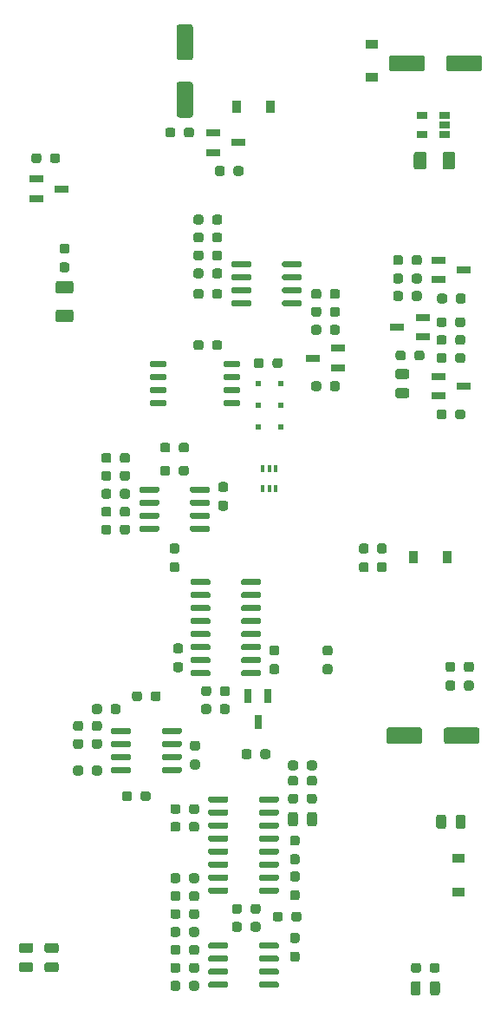
<source format=gbr>
%TF.GenerationSoftware,KiCad,Pcbnew,(5.1.10)-1*%
%TF.CreationDate,2021-09-03T07:56:25-07:00*%
%TF.ProjectId,Foundation,466f756e-6461-4746-996f-6e2e6b696361,rev?*%
%TF.SameCoordinates,Original*%
%TF.FileFunction,Paste,Top*%
%TF.FilePolarity,Positive*%
%FSLAX46Y46*%
G04 Gerber Fmt 4.6, Leading zero omitted, Abs format (unit mm)*
G04 Created by KiCad (PCBNEW (5.1.10)-1) date 2021-09-03 07:56:25*
%MOMM*%
%LPD*%
G01*
G04 APERTURE LIST*
%ADD10R,0.500000X0.500000*%
%ADD11R,1.200000X0.900000*%
%ADD12R,0.900000X1.200000*%
%ADD13R,0.400000X0.650000*%
%ADD14R,1.400000X0.800000*%
%ADD15R,1.060000X0.650000*%
%ADD16R,0.800000X1.400000*%
G04 APERTURE END LIST*
%TO.C,R27*%
G36*
G01*
X32437500Y47225000D02*
X31962500Y47225000D01*
G75*
G02*
X31725000Y47462500I0J237500D01*
G01*
X31725000Y47962500D01*
G75*
G02*
X31962500Y48200000I237500J0D01*
G01*
X32437500Y48200000D01*
G75*
G02*
X32675000Y47962500I0J-237500D01*
G01*
X32675000Y47462500D01*
G75*
G02*
X32437500Y47225000I-237500J0D01*
G01*
G37*
G36*
G01*
X32437500Y45400000D02*
X31962500Y45400000D01*
G75*
G02*
X31725000Y45637500I0J237500D01*
G01*
X31725000Y46137500D01*
G75*
G02*
X31962500Y46375000I237500J0D01*
G01*
X32437500Y46375000D01*
G75*
G02*
X32675000Y46137500I0J-237500D01*
G01*
X32675000Y45637500D01*
G75*
G02*
X32437500Y45400000I-237500J0D01*
G01*
G37*
%TD*%
%TO.C,R33*%
G36*
G01*
X28675000Y21512500D02*
X28675000Y21987500D01*
G75*
G02*
X28912500Y22225000I237500J0D01*
G01*
X29412500Y22225000D01*
G75*
G02*
X29650000Y21987500I0J-237500D01*
G01*
X29650000Y21512500D01*
G75*
G02*
X29412500Y21275000I-237500J0D01*
G01*
X28912500Y21275000D01*
G75*
G02*
X28675000Y21512500I0J237500D01*
G01*
G37*
G36*
G01*
X26850000Y21512500D02*
X26850000Y21987500D01*
G75*
G02*
X27087500Y22225000I237500J0D01*
G01*
X27587500Y22225000D01*
G75*
G02*
X27825000Y21987500I0J-237500D01*
G01*
X27825000Y21512500D01*
G75*
G02*
X27587500Y21275000I-237500J0D01*
G01*
X27087500Y21275000D01*
G75*
G02*
X26850000Y21512500I0J237500D01*
G01*
G37*
%TD*%
%TO.C,C28*%
G36*
G01*
X17362500Y46575000D02*
X17837500Y46575000D01*
G75*
G02*
X18075000Y46337500I0J-237500D01*
G01*
X18075000Y45837500D01*
G75*
G02*
X17837500Y45600000I-237500J0D01*
G01*
X17362500Y45600000D01*
G75*
G02*
X17125000Y45837500I0J237500D01*
G01*
X17125000Y46337500D01*
G75*
G02*
X17362500Y46575000I237500J0D01*
G01*
G37*
G36*
G01*
X17362500Y48400000D02*
X17837500Y48400000D01*
G75*
G02*
X18075000Y48162500I0J-237500D01*
G01*
X18075000Y47662500D01*
G75*
G02*
X17837500Y47425000I-237500J0D01*
G01*
X17362500Y47425000D01*
G75*
G02*
X17125000Y47662500I0J237500D01*
G01*
X17125000Y48162500D01*
G75*
G02*
X17362500Y48400000I237500J0D01*
G01*
G37*
%TD*%
%TO.C,C27*%
G36*
G01*
X26762500Y46375000D02*
X27237500Y46375000D01*
G75*
G02*
X27475000Y46137500I0J-237500D01*
G01*
X27475000Y45637500D01*
G75*
G02*
X27237500Y45400000I-237500J0D01*
G01*
X26762500Y45400000D01*
G75*
G02*
X26525000Y45637500I0J237500D01*
G01*
X26525000Y46137500D01*
G75*
G02*
X26762500Y46375000I237500J0D01*
G01*
G37*
G36*
G01*
X26762500Y48200000D02*
X27237500Y48200000D01*
G75*
G02*
X27475000Y47962500I0J-237500D01*
G01*
X27475000Y47462500D01*
G75*
G02*
X27237500Y47225000I-237500J0D01*
G01*
X26762500Y47225000D01*
G75*
G02*
X26525000Y47462500I0J237500D01*
G01*
X26525000Y47962500D01*
G75*
G02*
X26762500Y48200000I237500J0D01*
G01*
G37*
%TD*%
%TO.C,C26*%
G36*
G01*
X28762500Y24325000D02*
X29237500Y24325000D01*
G75*
G02*
X29475000Y24087500I0J-237500D01*
G01*
X29475000Y23587500D01*
G75*
G02*
X29237500Y23350000I-237500J0D01*
G01*
X28762500Y23350000D01*
G75*
G02*
X28525000Y23587500I0J237500D01*
G01*
X28525000Y24087500D01*
G75*
G02*
X28762500Y24325000I237500J0D01*
G01*
G37*
G36*
G01*
X28762500Y26150000D02*
X29237500Y26150000D01*
G75*
G02*
X29475000Y25912500I0J-237500D01*
G01*
X29475000Y25412500D01*
G75*
G02*
X29237500Y25175000I-237500J0D01*
G01*
X28762500Y25175000D01*
G75*
G02*
X28525000Y25412500I0J237500D01*
G01*
X28525000Y25912500D01*
G75*
G02*
X28762500Y26150000I237500J0D01*
G01*
G37*
%TD*%
%TO.C,C8*%
G36*
G01*
X23825000Y22737500D02*
X23825000Y22262500D01*
G75*
G02*
X23587500Y22025000I-237500J0D01*
G01*
X23087500Y22025000D01*
G75*
G02*
X22850000Y22262500I0J237500D01*
G01*
X22850000Y22737500D01*
G75*
G02*
X23087500Y22975000I237500J0D01*
G01*
X23587500Y22975000D01*
G75*
G02*
X23825000Y22737500I0J-237500D01*
G01*
G37*
G36*
G01*
X25650000Y22737500D02*
X25650000Y22262500D01*
G75*
G02*
X25412500Y22025000I-237500J0D01*
G01*
X24912500Y22025000D01*
G75*
G02*
X24675000Y22262500I0J237500D01*
G01*
X24675000Y22737500D01*
G75*
G02*
X24912500Y22975000I237500J0D01*
G01*
X25412500Y22975000D01*
G75*
G02*
X25650000Y22737500I0J-237500D01*
G01*
G37*
%TD*%
%TO.C,C4*%
G36*
G01*
X18675000Y21762500D02*
X18675000Y22237500D01*
G75*
G02*
X18912500Y22475000I237500J0D01*
G01*
X19412500Y22475000D01*
G75*
G02*
X19650000Y22237500I0J-237500D01*
G01*
X19650000Y21762500D01*
G75*
G02*
X19412500Y21525000I-237500J0D01*
G01*
X18912500Y21525000D01*
G75*
G02*
X18675000Y21762500I0J237500D01*
G01*
G37*
G36*
G01*
X16850000Y21762500D02*
X16850000Y22237500D01*
G75*
G02*
X17087500Y22475000I237500J0D01*
G01*
X17587500Y22475000D01*
G75*
G02*
X17825000Y22237500I0J-237500D01*
G01*
X17825000Y21762500D01*
G75*
G02*
X17587500Y21525000I-237500J0D01*
G01*
X17087500Y21525000D01*
G75*
G02*
X16850000Y21762500I0J237500D01*
G01*
G37*
%TD*%
%TO.C,C14*%
G36*
G01*
X18800000Y105300000D02*
X17700000Y105300000D01*
G75*
G02*
X17450000Y105550000I0J250000D01*
G01*
X17450000Y108550000D01*
G75*
G02*
X17700000Y108800000I250000J0D01*
G01*
X18800000Y108800000D01*
G75*
G02*
X19050000Y108550000I0J-250000D01*
G01*
X19050000Y105550000D01*
G75*
G02*
X18800000Y105300000I-250000J0D01*
G01*
G37*
G36*
G01*
X18800000Y99700000D02*
X17700000Y99700000D01*
G75*
G02*
X17450000Y99950000I0J250000D01*
G01*
X17450000Y102950000D01*
G75*
G02*
X17700000Y103200000I250000J0D01*
G01*
X18800000Y103200000D01*
G75*
G02*
X19050000Y102950000I0J-250000D01*
G01*
X19050000Y99950000D01*
G75*
G02*
X18800000Y99700000I-250000J0D01*
G01*
G37*
%TD*%
%TO.C,C13*%
G36*
G01*
X41700000Y105550000D02*
X41700000Y104450000D01*
G75*
G02*
X41450000Y104200000I-250000J0D01*
G01*
X38450000Y104200000D01*
G75*
G02*
X38200000Y104450000I0J250000D01*
G01*
X38200000Y105550000D01*
G75*
G02*
X38450000Y105800000I250000J0D01*
G01*
X41450000Y105800000D01*
G75*
G02*
X41700000Y105550000I0J-250000D01*
G01*
G37*
G36*
G01*
X47300000Y105550000D02*
X47300000Y104450000D01*
G75*
G02*
X47050000Y104200000I-250000J0D01*
G01*
X44050000Y104200000D01*
G75*
G02*
X43800000Y104450000I0J250000D01*
G01*
X43800000Y105550000D01*
G75*
G02*
X44050000Y105800000I250000J0D01*
G01*
X47050000Y105800000D01*
G75*
G02*
X47300000Y105550000I0J-250000D01*
G01*
G37*
%TD*%
%TO.C,C5*%
G36*
G01*
X43550000Y38850000D02*
X43550000Y39950000D01*
G75*
G02*
X43800000Y40200000I250000J0D01*
G01*
X46800000Y40200000D01*
G75*
G02*
X47050000Y39950000I0J-250000D01*
G01*
X47050000Y38850000D01*
G75*
G02*
X46800000Y38600000I-250000J0D01*
G01*
X43800000Y38600000D01*
G75*
G02*
X43550000Y38850000I0J250000D01*
G01*
G37*
G36*
G01*
X37950000Y38850000D02*
X37950000Y39950000D01*
G75*
G02*
X38200000Y40200000I250000J0D01*
G01*
X41200000Y40200000D01*
G75*
G02*
X41450000Y39950000I0J-250000D01*
G01*
X41450000Y38850000D01*
G75*
G02*
X41200000Y38600000I-250000J0D01*
G01*
X38200000Y38600000D01*
G75*
G02*
X37950000Y38850000I0J250000D01*
G01*
G37*
%TD*%
%TO.C,R55*%
G36*
G01*
X44675000Y77762500D02*
X44675000Y78237500D01*
G75*
G02*
X44912500Y78475000I237500J0D01*
G01*
X45412500Y78475000D01*
G75*
G02*
X45650000Y78237500I0J-237500D01*
G01*
X45650000Y77762500D01*
G75*
G02*
X45412500Y77525000I-237500J0D01*
G01*
X44912500Y77525000D01*
G75*
G02*
X44675000Y77762500I0J237500D01*
G01*
G37*
G36*
G01*
X42850000Y77762500D02*
X42850000Y78237500D01*
G75*
G02*
X43087500Y78475000I237500J0D01*
G01*
X43587500Y78475000D01*
G75*
G02*
X43825000Y78237500I0J-237500D01*
G01*
X43825000Y77762500D01*
G75*
G02*
X43587500Y77525000I-237500J0D01*
G01*
X43087500Y77525000D01*
G75*
G02*
X42850000Y77762500I0J237500D01*
G01*
G37*
%TD*%
D10*
%TO.C,D9*%
X25400000Y69500000D03*
X27600000Y69500000D03*
%TD*%
%TO.C,D3*%
X25400000Y73750000D03*
X27600000Y73750000D03*
%TD*%
%TO.C,D2*%
X25400000Y71600000D03*
X27600000Y71600000D03*
%TD*%
D11*
%TO.C,D10*%
X45000000Y24100000D03*
X45000000Y27400000D03*
%TD*%
D12*
%TO.C,D8*%
X43850000Y56800000D03*
X40550000Y56800000D03*
%TD*%
%TO.C,D5*%
X23350000Y100750000D03*
X26650000Y100750000D03*
%TD*%
D11*
%TO.C,D4*%
X36500000Y103600000D03*
X36500000Y106900000D03*
%TD*%
D13*
%TO.C,Q6*%
X25850000Y65450000D03*
X27150000Y65450000D03*
X26500000Y63550000D03*
X26500000Y65450000D03*
X27150000Y63550000D03*
X25850000Y63550000D03*
%TD*%
%TO.C,U1*%
G36*
G01*
X22050000Y75505000D02*
X22050000Y75805000D01*
G75*
G02*
X22200000Y75955000I150000J0D01*
G01*
X23500000Y75955000D01*
G75*
G02*
X23650000Y75805000I0J-150000D01*
G01*
X23650000Y75505000D01*
G75*
G02*
X23500000Y75355000I-150000J0D01*
G01*
X22200000Y75355000D01*
G75*
G02*
X22050000Y75505000I0J150000D01*
G01*
G37*
G36*
G01*
X22050000Y74235000D02*
X22050000Y74535000D01*
G75*
G02*
X22200000Y74685000I150000J0D01*
G01*
X23500000Y74685000D01*
G75*
G02*
X23650000Y74535000I0J-150000D01*
G01*
X23650000Y74235000D01*
G75*
G02*
X23500000Y74085000I-150000J0D01*
G01*
X22200000Y74085000D01*
G75*
G02*
X22050000Y74235000I0J150000D01*
G01*
G37*
G36*
G01*
X22050000Y72965000D02*
X22050000Y73265000D01*
G75*
G02*
X22200000Y73415000I150000J0D01*
G01*
X23500000Y73415000D01*
G75*
G02*
X23650000Y73265000I0J-150000D01*
G01*
X23650000Y72965000D01*
G75*
G02*
X23500000Y72815000I-150000J0D01*
G01*
X22200000Y72815000D01*
G75*
G02*
X22050000Y72965000I0J150000D01*
G01*
G37*
G36*
G01*
X22050000Y71695000D02*
X22050000Y71995000D01*
G75*
G02*
X22200000Y72145000I150000J0D01*
G01*
X23500000Y72145000D01*
G75*
G02*
X23650000Y71995000I0J-150000D01*
G01*
X23650000Y71695000D01*
G75*
G02*
X23500000Y71545000I-150000J0D01*
G01*
X22200000Y71545000D01*
G75*
G02*
X22050000Y71695000I0J150000D01*
G01*
G37*
G36*
G01*
X14850000Y71695000D02*
X14850000Y71995000D01*
G75*
G02*
X15000000Y72145000I150000J0D01*
G01*
X16300000Y72145000D01*
G75*
G02*
X16450000Y71995000I0J-150000D01*
G01*
X16450000Y71695000D01*
G75*
G02*
X16300000Y71545000I-150000J0D01*
G01*
X15000000Y71545000D01*
G75*
G02*
X14850000Y71695000I0J150000D01*
G01*
G37*
G36*
G01*
X14850000Y72965000D02*
X14850000Y73265000D01*
G75*
G02*
X15000000Y73415000I150000J0D01*
G01*
X16300000Y73415000D01*
G75*
G02*
X16450000Y73265000I0J-150000D01*
G01*
X16450000Y72965000D01*
G75*
G02*
X16300000Y72815000I-150000J0D01*
G01*
X15000000Y72815000D01*
G75*
G02*
X14850000Y72965000I0J150000D01*
G01*
G37*
G36*
G01*
X14850000Y74235000D02*
X14850000Y74535000D01*
G75*
G02*
X15000000Y74685000I150000J0D01*
G01*
X16300000Y74685000D01*
G75*
G02*
X16450000Y74535000I0J-150000D01*
G01*
X16450000Y74235000D01*
G75*
G02*
X16300000Y74085000I-150000J0D01*
G01*
X15000000Y74085000D01*
G75*
G02*
X14850000Y74235000I0J150000D01*
G01*
G37*
G36*
G01*
X14850000Y75505000D02*
X14850000Y75805000D01*
G75*
G02*
X15000000Y75955000I150000J0D01*
G01*
X16300000Y75955000D01*
G75*
G02*
X16450000Y75805000I0J-150000D01*
G01*
X16450000Y75505000D01*
G75*
G02*
X16300000Y75355000I-150000J0D01*
G01*
X15000000Y75355000D01*
G75*
G02*
X14850000Y75505000I0J150000D01*
G01*
G37*
%TD*%
%TO.C,C9*%
G36*
G01*
X39575000Y84237500D02*
X39575000Y83762500D01*
G75*
G02*
X39337500Y83525000I-237500J0D01*
G01*
X38837500Y83525000D01*
G75*
G02*
X38600000Y83762500I0J237500D01*
G01*
X38600000Y84237500D01*
G75*
G02*
X38837500Y84475000I237500J0D01*
G01*
X39337500Y84475000D01*
G75*
G02*
X39575000Y84237500I0J-237500D01*
G01*
G37*
G36*
G01*
X41400000Y84237500D02*
X41400000Y83762500D01*
G75*
G02*
X41162500Y83525000I-237500J0D01*
G01*
X40662500Y83525000D01*
G75*
G02*
X40425000Y83762500I0J237500D01*
G01*
X40425000Y84237500D01*
G75*
G02*
X40662500Y84475000I237500J0D01*
G01*
X41162500Y84475000D01*
G75*
G02*
X41400000Y84237500I0J-237500D01*
G01*
G37*
%TD*%
%TO.C,R13*%
G36*
G01*
X39575000Y82537500D02*
X39575000Y82062500D01*
G75*
G02*
X39337500Y81825000I-237500J0D01*
G01*
X38837500Y81825000D01*
G75*
G02*
X38600000Y82062500I0J237500D01*
G01*
X38600000Y82537500D01*
G75*
G02*
X38837500Y82775000I237500J0D01*
G01*
X39337500Y82775000D01*
G75*
G02*
X39575000Y82537500I0J-237500D01*
G01*
G37*
G36*
G01*
X41400000Y82537500D02*
X41400000Y82062500D01*
G75*
G02*
X41162500Y81825000I-237500J0D01*
G01*
X40662500Y81825000D01*
G75*
G02*
X40425000Y82062500I0J237500D01*
G01*
X40425000Y82537500D01*
G75*
G02*
X40662500Y82775000I237500J0D01*
G01*
X41162500Y82775000D01*
G75*
G02*
X41400000Y82537500I0J-237500D01*
G01*
G37*
%TD*%
%TO.C,R15*%
G36*
G01*
X40425000Y85562500D02*
X40425000Y86037500D01*
G75*
G02*
X40662500Y86275000I237500J0D01*
G01*
X41162500Y86275000D01*
G75*
G02*
X41400000Y86037500I0J-237500D01*
G01*
X41400000Y85562500D01*
G75*
G02*
X41162500Y85325000I-237500J0D01*
G01*
X40662500Y85325000D01*
G75*
G02*
X40425000Y85562500I0J237500D01*
G01*
G37*
G36*
G01*
X38600000Y85562500D02*
X38600000Y86037500D01*
G75*
G02*
X38837500Y86275000I237500J0D01*
G01*
X39337500Y86275000D01*
G75*
G02*
X39575000Y86037500I0J-237500D01*
G01*
X39575000Y85562500D01*
G75*
G02*
X39337500Y85325000I-237500J0D01*
G01*
X38837500Y85325000D01*
G75*
G02*
X38600000Y85562500I0J237500D01*
G01*
G37*
%TD*%
%TO.C,R19*%
G36*
G01*
X43875000Y82287500D02*
X43875000Y81812500D01*
G75*
G02*
X43637500Y81575000I-237500J0D01*
G01*
X43137500Y81575000D01*
G75*
G02*
X42900000Y81812500I0J237500D01*
G01*
X42900000Y82287500D01*
G75*
G02*
X43137500Y82525000I237500J0D01*
G01*
X43637500Y82525000D01*
G75*
G02*
X43875000Y82287500I0J-237500D01*
G01*
G37*
G36*
G01*
X45700000Y82287500D02*
X45700000Y81812500D01*
G75*
G02*
X45462500Y81575000I-237500J0D01*
G01*
X44962500Y81575000D01*
G75*
G02*
X44725000Y81812500I0J237500D01*
G01*
X44725000Y82287500D01*
G75*
G02*
X44962500Y82525000I237500J0D01*
G01*
X45462500Y82525000D01*
G75*
G02*
X45700000Y82287500I0J-237500D01*
G01*
G37*
%TD*%
%TO.C,C3*%
G36*
G01*
X24775000Y37837500D02*
X24775000Y37362500D01*
G75*
G02*
X24537500Y37125000I-237500J0D01*
G01*
X24037500Y37125000D01*
G75*
G02*
X23800000Y37362500I0J237500D01*
G01*
X23800000Y37837500D01*
G75*
G02*
X24037500Y38075000I237500J0D01*
G01*
X24537500Y38075000D01*
G75*
G02*
X24775000Y37837500I0J-237500D01*
G01*
G37*
G36*
G01*
X26600000Y37837500D02*
X26600000Y37362500D01*
G75*
G02*
X26362500Y37125000I-237500J0D01*
G01*
X25862500Y37125000D01*
G75*
G02*
X25625000Y37362500I0J237500D01*
G01*
X25625000Y37837500D01*
G75*
G02*
X25862500Y38075000I237500J0D01*
G01*
X26362500Y38075000D01*
G75*
G02*
X26600000Y37837500I0J-237500D01*
G01*
G37*
%TD*%
%TO.C,R52*%
G36*
G01*
X44675000Y79512500D02*
X44675000Y79987500D01*
G75*
G02*
X44912500Y80225000I237500J0D01*
G01*
X45412500Y80225000D01*
G75*
G02*
X45650000Y79987500I0J-237500D01*
G01*
X45650000Y79512500D01*
G75*
G02*
X45412500Y79275000I-237500J0D01*
G01*
X44912500Y79275000D01*
G75*
G02*
X44675000Y79512500I0J237500D01*
G01*
G37*
G36*
G01*
X42850000Y79512500D02*
X42850000Y79987500D01*
G75*
G02*
X43087500Y80225000I237500J0D01*
G01*
X43587500Y80225000D01*
G75*
G02*
X43825000Y79987500I0J-237500D01*
G01*
X43825000Y79512500D01*
G75*
G02*
X43587500Y79275000I-237500J0D01*
G01*
X43087500Y79275000D01*
G75*
G02*
X42850000Y79512500I0J237500D01*
G01*
G37*
%TD*%
%TO.C,R51*%
G36*
G01*
X44675000Y70512500D02*
X44675000Y70987500D01*
G75*
G02*
X44912500Y71225000I237500J0D01*
G01*
X45412500Y71225000D01*
G75*
G02*
X45650000Y70987500I0J-237500D01*
G01*
X45650000Y70512500D01*
G75*
G02*
X45412500Y70275000I-237500J0D01*
G01*
X44912500Y70275000D01*
G75*
G02*
X44675000Y70512500I0J237500D01*
G01*
G37*
G36*
G01*
X42850000Y70512500D02*
X42850000Y70987500D01*
G75*
G02*
X43087500Y71225000I237500J0D01*
G01*
X43587500Y71225000D01*
G75*
G02*
X43825000Y70987500I0J-237500D01*
G01*
X43825000Y70512500D01*
G75*
G02*
X43587500Y70275000I-237500J0D01*
G01*
X43087500Y70275000D01*
G75*
G02*
X42850000Y70512500I0J237500D01*
G01*
G37*
%TD*%
%TO.C,R7*%
G36*
G01*
X40675000Y76262500D02*
X40675000Y76737500D01*
G75*
G02*
X40912500Y76975000I237500J0D01*
G01*
X41412500Y76975000D01*
G75*
G02*
X41650000Y76737500I0J-237500D01*
G01*
X41650000Y76262500D01*
G75*
G02*
X41412500Y76025000I-237500J0D01*
G01*
X40912500Y76025000D01*
G75*
G02*
X40675000Y76262500I0J237500D01*
G01*
G37*
G36*
G01*
X38850000Y76262500D02*
X38850000Y76737500D01*
G75*
G02*
X39087500Y76975000I237500J0D01*
G01*
X39587500Y76975000D01*
G75*
G02*
X39825000Y76737500I0J-237500D01*
G01*
X39825000Y76262500D01*
G75*
G02*
X39587500Y76025000I-237500J0D01*
G01*
X39087500Y76025000D01*
G75*
G02*
X38850000Y76262500I0J237500D01*
G01*
G37*
%TD*%
%TO.C,C1*%
G36*
G01*
X44675000Y76012500D02*
X44675000Y76487500D01*
G75*
G02*
X44912500Y76725000I237500J0D01*
G01*
X45412500Y76725000D01*
G75*
G02*
X45650000Y76487500I0J-237500D01*
G01*
X45650000Y76012500D01*
G75*
G02*
X45412500Y75775000I-237500J0D01*
G01*
X44912500Y75775000D01*
G75*
G02*
X44675000Y76012500I0J237500D01*
G01*
G37*
G36*
G01*
X42850000Y76012500D02*
X42850000Y76487500D01*
G75*
G02*
X43087500Y76725000I237500J0D01*
G01*
X43587500Y76725000D01*
G75*
G02*
X43825000Y76487500I0J-237500D01*
G01*
X43825000Y76012500D01*
G75*
G02*
X43587500Y75775000I-237500J0D01*
G01*
X43087500Y75775000D01*
G75*
G02*
X42850000Y76012500I0J237500D01*
G01*
G37*
%TD*%
%TO.C,R50*%
G36*
G01*
X14925000Y43012500D02*
X14925000Y43487500D01*
G75*
G02*
X15162500Y43725000I237500J0D01*
G01*
X15662500Y43725000D01*
G75*
G02*
X15900000Y43487500I0J-237500D01*
G01*
X15900000Y43012500D01*
G75*
G02*
X15662500Y42775000I-237500J0D01*
G01*
X15162500Y42775000D01*
G75*
G02*
X14925000Y43012500I0J237500D01*
G01*
G37*
G36*
G01*
X13100000Y43012500D02*
X13100000Y43487500D01*
G75*
G02*
X13337500Y43725000I237500J0D01*
G01*
X13837500Y43725000D01*
G75*
G02*
X14075000Y43487500I0J-237500D01*
G01*
X14075000Y43012500D01*
G75*
G02*
X13837500Y42775000I-237500J0D01*
G01*
X13337500Y42775000D01*
G75*
G02*
X13100000Y43012500I0J237500D01*
G01*
G37*
%TD*%
%TO.C,R2*%
G36*
G01*
X5087500Y95512500D02*
X5087500Y95987500D01*
G75*
G02*
X5325000Y96225000I237500J0D01*
G01*
X5825000Y96225000D01*
G75*
G02*
X6062500Y95987500I0J-237500D01*
G01*
X6062500Y95512500D01*
G75*
G02*
X5825000Y95275000I-237500J0D01*
G01*
X5325000Y95275000D01*
G75*
G02*
X5087500Y95512500I0J237500D01*
G01*
G37*
G36*
G01*
X3262500Y95512500D02*
X3262500Y95987500D01*
G75*
G02*
X3500000Y96225000I237500J0D01*
G01*
X4000000Y96225000D01*
G75*
G02*
X4237500Y95987500I0J-237500D01*
G01*
X4237500Y95512500D01*
G75*
G02*
X4000000Y95275000I-237500J0D01*
G01*
X3500000Y95275000D01*
G75*
G02*
X3262500Y95512500I0J237500D01*
G01*
G37*
%TD*%
%TO.C,C15*%
G36*
G01*
X22237500Y63175000D02*
X21762500Y63175000D01*
G75*
G02*
X21525000Y63412500I0J237500D01*
G01*
X21525000Y63912500D01*
G75*
G02*
X21762500Y64150000I237500J0D01*
G01*
X22237500Y64150000D01*
G75*
G02*
X22475000Y63912500I0J-237500D01*
G01*
X22475000Y63412500D01*
G75*
G02*
X22237500Y63175000I-237500J0D01*
G01*
G37*
G36*
G01*
X22237500Y61350000D02*
X21762500Y61350000D01*
G75*
G02*
X21525000Y61587500I0J237500D01*
G01*
X21525000Y62087500D01*
G75*
G02*
X21762500Y62325000I237500J0D01*
G01*
X22237500Y62325000D01*
G75*
G02*
X22475000Y62087500I0J-237500D01*
G01*
X22475000Y61587500D01*
G75*
G02*
X22237500Y61350000I-237500J0D01*
G01*
G37*
%TD*%
%TO.C,R30*%
G36*
G01*
X29325000Y35237500D02*
X29325000Y34762500D01*
G75*
G02*
X29087500Y34525000I-237500J0D01*
G01*
X28587500Y34525000D01*
G75*
G02*
X28350000Y34762500I0J237500D01*
G01*
X28350000Y35237500D01*
G75*
G02*
X28587500Y35475000I237500J0D01*
G01*
X29087500Y35475000D01*
G75*
G02*
X29325000Y35237500I0J-237500D01*
G01*
G37*
G36*
G01*
X31150000Y35237500D02*
X31150000Y34762500D01*
G75*
G02*
X30912500Y34525000I-237500J0D01*
G01*
X30412500Y34525000D01*
G75*
G02*
X30175000Y34762500I0J237500D01*
G01*
X30175000Y35237500D01*
G75*
G02*
X30412500Y35475000I237500J0D01*
G01*
X30912500Y35475000D01*
G75*
G02*
X31150000Y35237500I0J-237500D01*
G01*
G37*
%TD*%
%TO.C,C2*%
G36*
G01*
X26825000Y75512500D02*
X26825000Y75987500D01*
G75*
G02*
X27062500Y76225000I237500J0D01*
G01*
X27562500Y76225000D01*
G75*
G02*
X27800000Y75987500I0J-237500D01*
G01*
X27800000Y75512500D01*
G75*
G02*
X27562500Y75275000I-237500J0D01*
G01*
X27062500Y75275000D01*
G75*
G02*
X26825000Y75512500I0J237500D01*
G01*
G37*
G36*
G01*
X25000000Y75512500D02*
X25000000Y75987500D01*
G75*
G02*
X25237500Y76225000I237500J0D01*
G01*
X25737500Y76225000D01*
G75*
G02*
X25975000Y75987500I0J-237500D01*
G01*
X25975000Y75512500D01*
G75*
G02*
X25737500Y75275000I-237500J0D01*
G01*
X25237500Y75275000D01*
G75*
G02*
X25000000Y75512500I0J237500D01*
G01*
G37*
%TD*%
%TO.C,C6*%
G36*
G01*
X13075000Y33737500D02*
X13075000Y33262500D01*
G75*
G02*
X12837500Y33025000I-237500J0D01*
G01*
X12337500Y33025000D01*
G75*
G02*
X12100000Y33262500I0J237500D01*
G01*
X12100000Y33737500D01*
G75*
G02*
X12337500Y33975000I237500J0D01*
G01*
X12837500Y33975000D01*
G75*
G02*
X13075000Y33737500I0J-237500D01*
G01*
G37*
G36*
G01*
X14900000Y33737500D02*
X14900000Y33262500D01*
G75*
G02*
X14662500Y33025000I-237500J0D01*
G01*
X14162500Y33025000D01*
G75*
G02*
X13925000Y33262500I0J237500D01*
G01*
X13925000Y33737500D01*
G75*
G02*
X14162500Y33975000I237500J0D01*
G01*
X14662500Y33975000D01*
G75*
G02*
X14900000Y33737500I0J-237500D01*
G01*
G37*
%TD*%
%TO.C,C10*%
G36*
G01*
X32425000Y82262500D02*
X32425000Y82737500D01*
G75*
G02*
X32662500Y82975000I237500J0D01*
G01*
X33162500Y82975000D01*
G75*
G02*
X33400000Y82737500I0J-237500D01*
G01*
X33400000Y82262500D01*
G75*
G02*
X33162500Y82025000I-237500J0D01*
G01*
X32662500Y82025000D01*
G75*
G02*
X32425000Y82262500I0J237500D01*
G01*
G37*
G36*
G01*
X30600000Y82262500D02*
X30600000Y82737500D01*
G75*
G02*
X30837500Y82975000I237500J0D01*
G01*
X31337500Y82975000D01*
G75*
G02*
X31575000Y82737500I0J-237500D01*
G01*
X31575000Y82262500D01*
G75*
G02*
X31337500Y82025000I-237500J0D01*
G01*
X30837500Y82025000D01*
G75*
G02*
X30600000Y82262500I0J237500D01*
G01*
G37*
%TD*%
%TO.C,C12*%
G36*
G01*
X20075000Y88237500D02*
X20075000Y87762500D01*
G75*
G02*
X19837500Y87525000I-237500J0D01*
G01*
X19337500Y87525000D01*
G75*
G02*
X19100000Y87762500I0J237500D01*
G01*
X19100000Y88237500D01*
G75*
G02*
X19337500Y88475000I237500J0D01*
G01*
X19837500Y88475000D01*
G75*
G02*
X20075000Y88237500I0J-237500D01*
G01*
G37*
G36*
G01*
X21900000Y88237500D02*
X21900000Y87762500D01*
G75*
G02*
X21662500Y87525000I-237500J0D01*
G01*
X21162500Y87525000D01*
G75*
G02*
X20925000Y87762500I0J237500D01*
G01*
X20925000Y88237500D01*
G75*
G02*
X21162500Y88475000I237500J0D01*
G01*
X21662500Y88475000D01*
G75*
G02*
X21900000Y88237500I0J-237500D01*
G01*
G37*
%TD*%
%TO.C,C16*%
G36*
G01*
X11925000Y59262500D02*
X11925000Y59737500D01*
G75*
G02*
X12162500Y59975000I237500J0D01*
G01*
X12662500Y59975000D01*
G75*
G02*
X12900000Y59737500I0J-237500D01*
G01*
X12900000Y59262500D01*
G75*
G02*
X12662500Y59025000I-237500J0D01*
G01*
X12162500Y59025000D01*
G75*
G02*
X11925000Y59262500I0J237500D01*
G01*
G37*
G36*
G01*
X10100000Y59262500D02*
X10100000Y59737500D01*
G75*
G02*
X10337500Y59975000I237500J0D01*
G01*
X10837500Y59975000D01*
G75*
G02*
X11075000Y59737500I0J-237500D01*
G01*
X11075000Y59262500D01*
G75*
G02*
X10837500Y59025000I-237500J0D01*
G01*
X10337500Y59025000D01*
G75*
G02*
X10100000Y59262500I0J237500D01*
G01*
G37*
%TD*%
%TO.C,C17*%
G36*
G01*
X19012500Y37075000D02*
X19487500Y37075000D01*
G75*
G02*
X19725000Y36837500I0J-237500D01*
G01*
X19725000Y36337500D01*
G75*
G02*
X19487500Y36100000I-237500J0D01*
G01*
X19012500Y36100000D01*
G75*
G02*
X18775000Y36337500I0J237500D01*
G01*
X18775000Y36837500D01*
G75*
G02*
X19012500Y37075000I237500J0D01*
G01*
G37*
G36*
G01*
X19012500Y38900000D02*
X19487500Y38900000D01*
G75*
G02*
X19725000Y38662500I0J-237500D01*
G01*
X19725000Y38162500D01*
G75*
G02*
X19487500Y37925000I-237500J0D01*
G01*
X19012500Y37925000D01*
G75*
G02*
X18775000Y38162500I0J237500D01*
G01*
X18775000Y38662500D01*
G75*
G02*
X19012500Y38900000I237500J0D01*
G01*
G37*
%TD*%
%TO.C,C18*%
G36*
G01*
X9175000Y35762500D02*
X9175000Y36237500D01*
G75*
G02*
X9412500Y36475000I237500J0D01*
G01*
X9912500Y36475000D01*
G75*
G02*
X10150000Y36237500I0J-237500D01*
G01*
X10150000Y35762500D01*
G75*
G02*
X9912500Y35525000I-237500J0D01*
G01*
X9412500Y35525000D01*
G75*
G02*
X9175000Y35762500I0J237500D01*
G01*
G37*
G36*
G01*
X7350000Y35762500D02*
X7350000Y36237500D01*
G75*
G02*
X7587500Y36475000I237500J0D01*
G01*
X8087500Y36475000D01*
G75*
G02*
X8325000Y36237500I0J-237500D01*
G01*
X8325000Y35762500D01*
G75*
G02*
X8087500Y35525000I-237500J0D01*
G01*
X7587500Y35525000D01*
G75*
G02*
X7350000Y35762500I0J237500D01*
G01*
G37*
%TD*%
%TO.C,C20*%
G36*
G01*
X29237500Y19175000D02*
X28762500Y19175000D01*
G75*
G02*
X28525000Y19412500I0J237500D01*
G01*
X28525000Y19912500D01*
G75*
G02*
X28762500Y20150000I237500J0D01*
G01*
X29237500Y20150000D01*
G75*
G02*
X29475000Y19912500I0J-237500D01*
G01*
X29475000Y19412500D01*
G75*
G02*
X29237500Y19175000I-237500J0D01*
G01*
G37*
G36*
G01*
X29237500Y17350000D02*
X28762500Y17350000D01*
G75*
G02*
X28525000Y17587500I0J237500D01*
G01*
X28525000Y18087500D01*
G75*
G02*
X28762500Y18325000I237500J0D01*
G01*
X29237500Y18325000D01*
G75*
G02*
X29475000Y18087500I0J-237500D01*
G01*
X29475000Y17587500D01*
G75*
G02*
X29237500Y17350000I-237500J0D01*
G01*
G37*
%TD*%
%TO.C,C21*%
G36*
G01*
X18675000Y14762500D02*
X18675000Y15237500D01*
G75*
G02*
X18912500Y15475000I237500J0D01*
G01*
X19412500Y15475000D01*
G75*
G02*
X19650000Y15237500I0J-237500D01*
G01*
X19650000Y14762500D01*
G75*
G02*
X19412500Y14525000I-237500J0D01*
G01*
X18912500Y14525000D01*
G75*
G02*
X18675000Y14762500I0J237500D01*
G01*
G37*
G36*
G01*
X16850000Y14762500D02*
X16850000Y15237500D01*
G75*
G02*
X17087500Y15475000I237500J0D01*
G01*
X17587500Y15475000D01*
G75*
G02*
X17825000Y15237500I0J-237500D01*
G01*
X17825000Y14762500D01*
G75*
G02*
X17587500Y14525000I-237500J0D01*
G01*
X17087500Y14525000D01*
G75*
G02*
X16850000Y14762500I0J237500D01*
G01*
G37*
%TD*%
%TO.C,C22*%
G36*
G01*
X17825000Y16987500D02*
X17825000Y16512500D01*
G75*
G02*
X17587500Y16275000I-237500J0D01*
G01*
X17087500Y16275000D01*
G75*
G02*
X16850000Y16512500I0J237500D01*
G01*
X16850000Y16987500D01*
G75*
G02*
X17087500Y17225000I237500J0D01*
G01*
X17587500Y17225000D01*
G75*
G02*
X17825000Y16987500I0J-237500D01*
G01*
G37*
G36*
G01*
X19650000Y16987500D02*
X19650000Y16512500D01*
G75*
G02*
X19412500Y16275000I-237500J0D01*
G01*
X18912500Y16275000D01*
G75*
G02*
X18675000Y16512500I0J237500D01*
G01*
X18675000Y16987500D01*
G75*
G02*
X18912500Y17225000I237500J0D01*
G01*
X19412500Y17225000D01*
G75*
G02*
X19650000Y16987500I0J-237500D01*
G01*
G37*
%TD*%
%TO.C,C23*%
G36*
G01*
X9175000Y40112500D02*
X9175000Y40587500D01*
G75*
G02*
X9412500Y40825000I237500J0D01*
G01*
X9912500Y40825000D01*
G75*
G02*
X10150000Y40587500I0J-237500D01*
G01*
X10150000Y40112500D01*
G75*
G02*
X9912500Y39875000I-237500J0D01*
G01*
X9412500Y39875000D01*
G75*
G02*
X9175000Y40112500I0J237500D01*
G01*
G37*
G36*
G01*
X7350000Y40112500D02*
X7350000Y40587500D01*
G75*
G02*
X7587500Y40825000I237500J0D01*
G01*
X8087500Y40825000D01*
G75*
G02*
X8325000Y40587500I0J-237500D01*
G01*
X8325000Y40112500D01*
G75*
G02*
X8087500Y39875000I-237500J0D01*
G01*
X7587500Y39875000D01*
G75*
G02*
X7350000Y40112500I0J237500D01*
G01*
G37*
%TD*%
%TO.C,C25*%
G36*
G01*
X41325000Y16987500D02*
X41325000Y16512500D01*
G75*
G02*
X41087500Y16275000I-237500J0D01*
G01*
X40587500Y16275000D01*
G75*
G02*
X40350000Y16512500I0J237500D01*
G01*
X40350000Y16987500D01*
G75*
G02*
X40587500Y17225000I237500J0D01*
G01*
X41087500Y17225000D01*
G75*
G02*
X41325000Y16987500I0J-237500D01*
G01*
G37*
G36*
G01*
X43150000Y16987500D02*
X43150000Y16512500D01*
G75*
G02*
X42912500Y16275000I-237500J0D01*
G01*
X42412500Y16275000D01*
G75*
G02*
X42175000Y16512500I0J237500D01*
G01*
X42175000Y16987500D01*
G75*
G02*
X42412500Y17225000I237500J0D01*
G01*
X42912500Y17225000D01*
G75*
G02*
X43150000Y16987500I0J-237500D01*
G01*
G37*
%TD*%
%TO.C,R1*%
G36*
G01*
X17325000Y98487500D02*
X17325000Y98012500D01*
G75*
G02*
X17087500Y97775000I-237500J0D01*
G01*
X16587500Y97775000D01*
G75*
G02*
X16350000Y98012500I0J237500D01*
G01*
X16350000Y98487500D01*
G75*
G02*
X16587500Y98725000I237500J0D01*
G01*
X17087500Y98725000D01*
G75*
G02*
X17325000Y98487500I0J-237500D01*
G01*
G37*
G36*
G01*
X19150000Y98487500D02*
X19150000Y98012500D01*
G75*
G02*
X18912500Y97775000I-237500J0D01*
G01*
X18412500Y97775000D01*
G75*
G02*
X18175000Y98012500I0J237500D01*
G01*
X18175000Y98487500D01*
G75*
G02*
X18412500Y98725000I237500J0D01*
G01*
X18912500Y98725000D01*
G75*
G02*
X19150000Y98487500I0J-237500D01*
G01*
G37*
%TD*%
%TO.C,R4*%
G36*
G01*
X45762500Y44775001D02*
X46237500Y44775001D01*
G75*
G02*
X46475000Y44537501I0J-237500D01*
G01*
X46475000Y44037501D01*
G75*
G02*
X46237500Y43800001I-237500J0D01*
G01*
X45762500Y43800001D01*
G75*
G02*
X45525000Y44037501I0J237500D01*
G01*
X45525000Y44537501D01*
G75*
G02*
X45762500Y44775001I237500J0D01*
G01*
G37*
G36*
G01*
X45762500Y46600001D02*
X46237500Y46600001D01*
G75*
G02*
X46475000Y46362501I0J-237500D01*
G01*
X46475000Y45862501D01*
G75*
G02*
X46237500Y45625001I-237500J0D01*
G01*
X45762500Y45625001D01*
G75*
G02*
X45525000Y45862501I0J237500D01*
G01*
X45525000Y46362501D01*
G75*
G02*
X45762500Y46600001I237500J0D01*
G01*
G37*
%TD*%
%TO.C,R5*%
G36*
G01*
X44437500Y45625000D02*
X43962500Y45625000D01*
G75*
G02*
X43725000Y45862500I0J237500D01*
G01*
X43725000Y46362500D01*
G75*
G02*
X43962500Y46600000I237500J0D01*
G01*
X44437500Y46600000D01*
G75*
G02*
X44675000Y46362500I0J-237500D01*
G01*
X44675000Y45862500D01*
G75*
G02*
X44437500Y45625000I-237500J0D01*
G01*
G37*
G36*
G01*
X44437500Y43800000D02*
X43962500Y43800000D01*
G75*
G02*
X43725000Y44037500I0J237500D01*
G01*
X43725000Y44537500D01*
G75*
G02*
X43962500Y44775000I237500J0D01*
G01*
X44437500Y44775000D01*
G75*
G02*
X44675000Y44537500I0J-237500D01*
G01*
X44675000Y44037500D01*
G75*
G02*
X44437500Y43800000I-237500J0D01*
G01*
G37*
%TD*%
%TO.C,R6*%
G36*
G01*
X22162500Y94737500D02*
X22162500Y94262500D01*
G75*
G02*
X21925000Y94025000I-237500J0D01*
G01*
X21425000Y94025000D01*
G75*
G02*
X21187500Y94262500I0J237500D01*
G01*
X21187500Y94737500D01*
G75*
G02*
X21425000Y94975000I237500J0D01*
G01*
X21925000Y94975000D01*
G75*
G02*
X22162500Y94737500I0J-237500D01*
G01*
G37*
G36*
G01*
X23987500Y94737500D02*
X23987500Y94262500D01*
G75*
G02*
X23750000Y94025000I-237500J0D01*
G01*
X23250000Y94025000D01*
G75*
G02*
X23012500Y94262500I0J237500D01*
G01*
X23012500Y94737500D01*
G75*
G02*
X23250000Y94975000I237500J0D01*
G01*
X23750000Y94975000D01*
G75*
G02*
X23987500Y94737500I0J-237500D01*
G01*
G37*
%TD*%
%TO.C,R8*%
G36*
G01*
X20925000Y77262500D02*
X20925000Y77737500D01*
G75*
G02*
X21162500Y77975000I237500J0D01*
G01*
X21662500Y77975000D01*
G75*
G02*
X21900000Y77737500I0J-237500D01*
G01*
X21900000Y77262500D01*
G75*
G02*
X21662500Y77025000I-237500J0D01*
G01*
X21162500Y77025000D01*
G75*
G02*
X20925000Y77262500I0J237500D01*
G01*
G37*
G36*
G01*
X19100000Y77262500D02*
X19100000Y77737500D01*
G75*
G02*
X19337500Y77975000I237500J0D01*
G01*
X19837500Y77975000D01*
G75*
G02*
X20075000Y77737500I0J-237500D01*
G01*
X20075000Y77262500D01*
G75*
G02*
X19837500Y77025000I-237500J0D01*
G01*
X19337500Y77025000D01*
G75*
G02*
X19100000Y77262500I0J237500D01*
G01*
G37*
%TD*%
%TO.C,R9*%
G36*
G01*
X6262500Y85575000D02*
X6737500Y85575000D01*
G75*
G02*
X6975000Y85337500I0J-237500D01*
G01*
X6975000Y84837500D01*
G75*
G02*
X6737500Y84600000I-237500J0D01*
G01*
X6262500Y84600000D01*
G75*
G02*
X6025000Y84837500I0J237500D01*
G01*
X6025000Y85337500D01*
G75*
G02*
X6262500Y85575000I237500J0D01*
G01*
G37*
G36*
G01*
X6262500Y87400000D02*
X6737500Y87400000D01*
G75*
G02*
X6975000Y87162500I0J-237500D01*
G01*
X6975000Y86662500D01*
G75*
G02*
X6737500Y86425000I-237500J0D01*
G01*
X6262500Y86425000D01*
G75*
G02*
X6025000Y86662500I0J237500D01*
G01*
X6025000Y87162500D01*
G75*
G02*
X6262500Y87400000I237500J0D01*
G01*
G37*
%TD*%
%TO.C,R10*%
G36*
G01*
X17825000Y32487500D02*
X17825000Y32012500D01*
G75*
G02*
X17587500Y31775000I-237500J0D01*
G01*
X17087500Y31775000D01*
G75*
G02*
X16850000Y32012500I0J237500D01*
G01*
X16850000Y32487500D01*
G75*
G02*
X17087500Y32725000I237500J0D01*
G01*
X17587500Y32725000D01*
G75*
G02*
X17825000Y32487500I0J-237500D01*
G01*
G37*
G36*
G01*
X19650000Y32487500D02*
X19650000Y32012500D01*
G75*
G02*
X19412500Y31775000I-237500J0D01*
G01*
X18912500Y31775000D01*
G75*
G02*
X18675000Y32012500I0J237500D01*
G01*
X18675000Y32487500D01*
G75*
G02*
X18912500Y32725000I237500J0D01*
G01*
X19412500Y32725000D01*
G75*
G02*
X19650000Y32487500I0J-237500D01*
G01*
G37*
%TD*%
%TO.C,R11*%
G36*
G01*
X18675000Y30262500D02*
X18675000Y30737500D01*
G75*
G02*
X18912500Y30975000I237500J0D01*
G01*
X19412500Y30975000D01*
G75*
G02*
X19650000Y30737500I0J-237500D01*
G01*
X19650000Y30262500D01*
G75*
G02*
X19412500Y30025000I-237500J0D01*
G01*
X18912500Y30025000D01*
G75*
G02*
X18675000Y30262500I0J237500D01*
G01*
G37*
G36*
G01*
X16850000Y30262500D02*
X16850000Y30737500D01*
G75*
G02*
X17087500Y30975000I237500J0D01*
G01*
X17587500Y30975000D01*
G75*
G02*
X17825000Y30737500I0J-237500D01*
G01*
X17825000Y30262500D01*
G75*
G02*
X17587500Y30025000I-237500J0D01*
G01*
X17087500Y30025000D01*
G75*
G02*
X16850000Y30262500I0J237500D01*
G01*
G37*
%TD*%
%TO.C,R12*%
G36*
G01*
X31575000Y73737500D02*
X31575000Y73262500D01*
G75*
G02*
X31337500Y73025000I-237500J0D01*
G01*
X30837500Y73025000D01*
G75*
G02*
X30600000Y73262500I0J237500D01*
G01*
X30600000Y73737500D01*
G75*
G02*
X30837500Y73975000I237500J0D01*
G01*
X31337500Y73975000D01*
G75*
G02*
X31575000Y73737500I0J-237500D01*
G01*
G37*
G36*
G01*
X33400000Y73737500D02*
X33400000Y73262500D01*
G75*
G02*
X33162500Y73025000I-237500J0D01*
G01*
X32662500Y73025000D01*
G75*
G02*
X32425000Y73262500I0J237500D01*
G01*
X32425000Y73737500D01*
G75*
G02*
X32662500Y73975000I237500J0D01*
G01*
X33162500Y73975000D01*
G75*
G02*
X33400000Y73737500I0J-237500D01*
G01*
G37*
%TD*%
%TO.C,R14*%
G36*
G01*
X31575000Y79237500D02*
X31575000Y78762500D01*
G75*
G02*
X31337500Y78525000I-237500J0D01*
G01*
X30837500Y78525000D01*
G75*
G02*
X30600000Y78762500I0J237500D01*
G01*
X30600000Y79237500D01*
G75*
G02*
X30837500Y79475000I237500J0D01*
G01*
X31337500Y79475000D01*
G75*
G02*
X31575000Y79237500I0J-237500D01*
G01*
G37*
G36*
G01*
X33400000Y79237500D02*
X33400000Y78762500D01*
G75*
G02*
X33162500Y78525000I-237500J0D01*
G01*
X32662500Y78525000D01*
G75*
G02*
X32425000Y78762500I0J237500D01*
G01*
X32425000Y79237500D01*
G75*
G02*
X32662500Y79475000I237500J0D01*
G01*
X33162500Y79475000D01*
G75*
G02*
X33400000Y79237500I0J-237500D01*
G01*
G37*
%TD*%
%TO.C,R16*%
G36*
G01*
X29325000Y36737500D02*
X29325000Y36262500D01*
G75*
G02*
X29087500Y36025000I-237500J0D01*
G01*
X28587500Y36025000D01*
G75*
G02*
X28350000Y36262500I0J237500D01*
G01*
X28350000Y36737500D01*
G75*
G02*
X28587500Y36975000I237500J0D01*
G01*
X29087500Y36975000D01*
G75*
G02*
X29325000Y36737500I0J-237500D01*
G01*
G37*
G36*
G01*
X31150000Y36737500D02*
X31150000Y36262500D01*
G75*
G02*
X30912500Y36025000I-237500J0D01*
G01*
X30412500Y36025000D01*
G75*
G02*
X30175000Y36262500I0J237500D01*
G01*
X30175000Y36737500D01*
G75*
G02*
X30412500Y36975000I237500J0D01*
G01*
X30912500Y36975000D01*
G75*
G02*
X31150000Y36737500I0J-237500D01*
G01*
G37*
%TD*%
%TO.C,R17*%
G36*
G01*
X32425000Y80512500D02*
X32425000Y80987500D01*
G75*
G02*
X32662500Y81225000I237500J0D01*
G01*
X33162500Y81225000D01*
G75*
G02*
X33400000Y80987500I0J-237500D01*
G01*
X33400000Y80512500D01*
G75*
G02*
X33162500Y80275000I-237500J0D01*
G01*
X32662500Y80275000D01*
G75*
G02*
X32425000Y80512500I0J237500D01*
G01*
G37*
G36*
G01*
X30600000Y80512500D02*
X30600000Y80987500D01*
G75*
G02*
X30837500Y81225000I237500J0D01*
G01*
X31337500Y81225000D01*
G75*
G02*
X31575000Y80987500I0J-237500D01*
G01*
X31575000Y80512500D01*
G75*
G02*
X31337500Y80275000I-237500J0D01*
G01*
X30837500Y80275000D01*
G75*
G02*
X30600000Y80512500I0J237500D01*
G01*
G37*
%TD*%
%TO.C,R18*%
G36*
G01*
X17825000Y25737500D02*
X17825000Y25262500D01*
G75*
G02*
X17587500Y25025000I-237500J0D01*
G01*
X17087500Y25025000D01*
G75*
G02*
X16850000Y25262500I0J237500D01*
G01*
X16850000Y25737500D01*
G75*
G02*
X17087500Y25975000I237500J0D01*
G01*
X17587500Y25975000D01*
G75*
G02*
X17825000Y25737500I0J-237500D01*
G01*
G37*
G36*
G01*
X19650000Y25737500D02*
X19650000Y25262500D01*
G75*
G02*
X19412500Y25025000I-237500J0D01*
G01*
X18912500Y25025000D01*
G75*
G02*
X18675000Y25262500I0J237500D01*
G01*
X18675000Y25737500D01*
G75*
G02*
X18912500Y25975000I237500J0D01*
G01*
X19412500Y25975000D01*
G75*
G02*
X19650000Y25737500I0J-237500D01*
G01*
G37*
%TD*%
%TO.C,R20*%
G36*
G01*
X20925000Y89512500D02*
X20925000Y89987500D01*
G75*
G02*
X21162500Y90225000I237500J0D01*
G01*
X21662500Y90225000D01*
G75*
G02*
X21900000Y89987500I0J-237500D01*
G01*
X21900000Y89512500D01*
G75*
G02*
X21662500Y89275000I-237500J0D01*
G01*
X21162500Y89275000D01*
G75*
G02*
X20925000Y89512500I0J237500D01*
G01*
G37*
G36*
G01*
X19100000Y89512500D02*
X19100000Y89987500D01*
G75*
G02*
X19337500Y90225000I237500J0D01*
G01*
X19837500Y90225000D01*
G75*
G02*
X20075000Y89987500I0J-237500D01*
G01*
X20075000Y89512500D01*
G75*
G02*
X19837500Y89275000I-237500J0D01*
G01*
X19337500Y89275000D01*
G75*
G02*
X19100000Y89512500I0J237500D01*
G01*
G37*
%TD*%
%TO.C,R21*%
G36*
G01*
X20075000Y84737500D02*
X20075000Y84262500D01*
G75*
G02*
X19837500Y84025000I-237500J0D01*
G01*
X19337500Y84025000D01*
G75*
G02*
X19100000Y84262500I0J237500D01*
G01*
X19100000Y84737500D01*
G75*
G02*
X19337500Y84975000I237500J0D01*
G01*
X19837500Y84975000D01*
G75*
G02*
X20075000Y84737500I0J-237500D01*
G01*
G37*
G36*
G01*
X21900000Y84737500D02*
X21900000Y84262500D01*
G75*
G02*
X21662500Y84025000I-237500J0D01*
G01*
X21162500Y84025000D01*
G75*
G02*
X20925000Y84262500I0J237500D01*
G01*
X20925000Y84737500D01*
G75*
G02*
X21162500Y84975000I237500J0D01*
G01*
X21662500Y84975000D01*
G75*
G02*
X21900000Y84737500I0J-237500D01*
G01*
G37*
%TD*%
%TO.C,R22*%
G36*
G01*
X20075000Y82737500D02*
X20075000Y82262500D01*
G75*
G02*
X19837500Y82025000I-237500J0D01*
G01*
X19337500Y82025000D01*
G75*
G02*
X19100000Y82262500I0J237500D01*
G01*
X19100000Y82737500D01*
G75*
G02*
X19337500Y82975000I237500J0D01*
G01*
X19837500Y82975000D01*
G75*
G02*
X20075000Y82737500I0J-237500D01*
G01*
G37*
G36*
G01*
X21900000Y82737500D02*
X21900000Y82262500D01*
G75*
G02*
X21662500Y82025000I-237500J0D01*
G01*
X21162500Y82025000D01*
G75*
G02*
X20925000Y82262500I0J237500D01*
G01*
X20925000Y82737500D01*
G75*
G02*
X21162500Y82975000I237500J0D01*
G01*
X21662500Y82975000D01*
G75*
G02*
X21900000Y82737500I0J-237500D01*
G01*
G37*
%TD*%
%TO.C,R23*%
G36*
G01*
X17825000Y23987500D02*
X17825000Y23512500D01*
G75*
G02*
X17587500Y23275000I-237500J0D01*
G01*
X17087500Y23275000D01*
G75*
G02*
X16850000Y23512500I0J237500D01*
G01*
X16850000Y23987500D01*
G75*
G02*
X17087500Y24225000I237500J0D01*
G01*
X17587500Y24225000D01*
G75*
G02*
X17825000Y23987500I0J-237500D01*
G01*
G37*
G36*
G01*
X19650000Y23987500D02*
X19650000Y23512500D01*
G75*
G02*
X19412500Y23275000I-237500J0D01*
G01*
X18912500Y23275000D01*
G75*
G02*
X18675000Y23512500I0J237500D01*
G01*
X18675000Y23987500D01*
G75*
G02*
X18912500Y24225000I237500J0D01*
G01*
X19412500Y24225000D01*
G75*
G02*
X19650000Y23987500I0J-237500D01*
G01*
G37*
%TD*%
%TO.C,R24*%
G36*
G01*
X20075000Y86487500D02*
X20075000Y86012500D01*
G75*
G02*
X19837500Y85775000I-237500J0D01*
G01*
X19337500Y85775000D01*
G75*
G02*
X19100000Y86012500I0J237500D01*
G01*
X19100000Y86487500D01*
G75*
G02*
X19337500Y86725000I237500J0D01*
G01*
X19837500Y86725000D01*
G75*
G02*
X20075000Y86487500I0J-237500D01*
G01*
G37*
G36*
G01*
X21900000Y86487500D02*
X21900000Y86012500D01*
G75*
G02*
X21662500Y85775000I-237500J0D01*
G01*
X21162500Y85775000D01*
G75*
G02*
X20925000Y86012500I0J237500D01*
G01*
X20925000Y86487500D01*
G75*
G02*
X21162500Y86725000I237500J0D01*
G01*
X21662500Y86725000D01*
G75*
G02*
X21900000Y86487500I0J-237500D01*
G01*
G37*
%TD*%
%TO.C,R25*%
G36*
G01*
X30175000Y33012500D02*
X30175000Y33487500D01*
G75*
G02*
X30412500Y33725000I237500J0D01*
G01*
X30912500Y33725000D01*
G75*
G02*
X31150000Y33487500I0J-237500D01*
G01*
X31150000Y33012500D01*
G75*
G02*
X30912500Y32775000I-237500J0D01*
G01*
X30412500Y32775000D01*
G75*
G02*
X30175000Y33012500I0J237500D01*
G01*
G37*
G36*
G01*
X28350000Y33012500D02*
X28350000Y33487500D01*
G75*
G02*
X28587500Y33725000I237500J0D01*
G01*
X29087500Y33725000D01*
G75*
G02*
X29325000Y33487500I0J-237500D01*
G01*
X29325000Y33012500D01*
G75*
G02*
X29087500Y32775000I-237500J0D01*
G01*
X28587500Y32775000D01*
G75*
G02*
X28350000Y33012500I0J237500D01*
G01*
G37*
%TD*%
%TO.C,R28*%
G36*
G01*
X21675000Y41762500D02*
X21675000Y42237500D01*
G75*
G02*
X21912500Y42475000I237500J0D01*
G01*
X22412500Y42475000D01*
G75*
G02*
X22650000Y42237500I0J-237500D01*
G01*
X22650000Y41762500D01*
G75*
G02*
X22412500Y41525000I-237500J0D01*
G01*
X21912500Y41525000D01*
G75*
G02*
X21675000Y41762500I0J237500D01*
G01*
G37*
G36*
G01*
X19850000Y41762500D02*
X19850000Y42237500D01*
G75*
G02*
X20087500Y42475000I237500J0D01*
G01*
X20587500Y42475000D01*
G75*
G02*
X20825000Y42237500I0J-237500D01*
G01*
X20825000Y41762500D01*
G75*
G02*
X20587500Y41525000I-237500J0D01*
G01*
X20087500Y41525000D01*
G75*
G02*
X19850000Y41762500I0J237500D01*
G01*
G37*
%TD*%
%TO.C,R29*%
G36*
G01*
X35512500Y56325000D02*
X35987500Y56325000D01*
G75*
G02*
X36225000Y56087500I0J-237500D01*
G01*
X36225000Y55587500D01*
G75*
G02*
X35987500Y55350000I-237500J0D01*
G01*
X35512500Y55350000D01*
G75*
G02*
X35275000Y55587500I0J237500D01*
G01*
X35275000Y56087500D01*
G75*
G02*
X35512500Y56325000I237500J0D01*
G01*
G37*
G36*
G01*
X35512500Y58150000D02*
X35987500Y58150000D01*
G75*
G02*
X36225000Y57912500I0J-237500D01*
G01*
X36225000Y57412500D01*
G75*
G02*
X35987500Y57175000I-237500J0D01*
G01*
X35512500Y57175000D01*
G75*
G02*
X35275000Y57412500I0J237500D01*
G01*
X35275000Y57912500D01*
G75*
G02*
X35512500Y58150000I237500J0D01*
G01*
G37*
%TD*%
%TO.C,R31*%
G36*
G01*
X29237500Y28675000D02*
X28762500Y28675000D01*
G75*
G02*
X28525000Y28912500I0J237500D01*
G01*
X28525000Y29412500D01*
G75*
G02*
X28762500Y29650000I237500J0D01*
G01*
X29237500Y29650000D01*
G75*
G02*
X29475000Y29412500I0J-237500D01*
G01*
X29475000Y28912500D01*
G75*
G02*
X29237500Y28675000I-237500J0D01*
G01*
G37*
G36*
G01*
X29237500Y26850000D02*
X28762500Y26850000D01*
G75*
G02*
X28525000Y27087500I0J237500D01*
G01*
X28525000Y27587500D01*
G75*
G02*
X28762500Y27825000I237500J0D01*
G01*
X29237500Y27825000D01*
G75*
G02*
X29475000Y27587500I0J-237500D01*
G01*
X29475000Y27087500D01*
G75*
G02*
X29237500Y26850000I-237500J0D01*
G01*
G37*
%TD*%
%TO.C,R32*%
G36*
G01*
X20825000Y43987500D02*
X20825000Y43512500D01*
G75*
G02*
X20587500Y43275000I-237500J0D01*
G01*
X20087500Y43275000D01*
G75*
G02*
X19850000Y43512500I0J237500D01*
G01*
X19850000Y43987500D01*
G75*
G02*
X20087500Y44225000I237500J0D01*
G01*
X20587500Y44225000D01*
G75*
G02*
X20825000Y43987500I0J-237500D01*
G01*
G37*
G36*
G01*
X22650000Y43987500D02*
X22650000Y43512500D01*
G75*
G02*
X22412500Y43275000I-237500J0D01*
G01*
X21912500Y43275000D01*
G75*
G02*
X21675000Y43512500I0J237500D01*
G01*
X21675000Y43987500D01*
G75*
G02*
X21912500Y44225000I237500J0D01*
G01*
X22412500Y44225000D01*
G75*
G02*
X22650000Y43987500I0J-237500D01*
G01*
G37*
%TD*%
%TO.C,R34*%
G36*
G01*
X17487500Y57175000D02*
X17012500Y57175000D01*
G75*
G02*
X16775000Y57412500I0J237500D01*
G01*
X16775000Y57912500D01*
G75*
G02*
X17012500Y58150000I237500J0D01*
G01*
X17487500Y58150000D01*
G75*
G02*
X17725000Y57912500I0J-237500D01*
G01*
X17725000Y57412500D01*
G75*
G02*
X17487500Y57175000I-237500J0D01*
G01*
G37*
G36*
G01*
X17487500Y55350000D02*
X17012500Y55350000D01*
G75*
G02*
X16775000Y55587500I0J237500D01*
G01*
X16775000Y56087500D01*
G75*
G02*
X17012500Y56325000I237500J0D01*
G01*
X17487500Y56325000D01*
G75*
G02*
X17725000Y56087500I0J-237500D01*
G01*
X17725000Y55587500D01*
G75*
G02*
X17487500Y55350000I-237500J0D01*
G01*
G37*
%TD*%
%TO.C,R35*%
G36*
G01*
X37737500Y57175000D02*
X37262500Y57175000D01*
G75*
G02*
X37025000Y57412500I0J237500D01*
G01*
X37025000Y57912500D01*
G75*
G02*
X37262500Y58150000I237500J0D01*
G01*
X37737500Y58150000D01*
G75*
G02*
X37975000Y57912500I0J-237500D01*
G01*
X37975000Y57412500D01*
G75*
G02*
X37737500Y57175000I-237500J0D01*
G01*
G37*
G36*
G01*
X37737500Y55350000D02*
X37262500Y55350000D01*
G75*
G02*
X37025000Y55587500I0J237500D01*
G01*
X37025000Y56087500D01*
G75*
G02*
X37262500Y56325000I237500J0D01*
G01*
X37737500Y56325000D01*
G75*
G02*
X37975000Y56087500I0J-237500D01*
G01*
X37975000Y55587500D01*
G75*
G02*
X37737500Y55350000I-237500J0D01*
G01*
G37*
%TD*%
%TO.C,R36*%
G36*
G01*
X11075000Y66737500D02*
X11075000Y66262500D01*
G75*
G02*
X10837500Y66025000I-237500J0D01*
G01*
X10337500Y66025000D01*
G75*
G02*
X10100000Y66262500I0J237500D01*
G01*
X10100000Y66737500D01*
G75*
G02*
X10337500Y66975000I237500J0D01*
G01*
X10837500Y66975000D01*
G75*
G02*
X11075000Y66737500I0J-237500D01*
G01*
G37*
G36*
G01*
X12900000Y66737500D02*
X12900000Y66262500D01*
G75*
G02*
X12662500Y66025000I-237500J0D01*
G01*
X12162500Y66025000D01*
G75*
G02*
X11925000Y66262500I0J237500D01*
G01*
X11925000Y66737500D01*
G75*
G02*
X12162500Y66975000I237500J0D01*
G01*
X12662500Y66975000D01*
G75*
G02*
X12900000Y66737500I0J-237500D01*
G01*
G37*
%TD*%
%TO.C,R37*%
G36*
G01*
X11075000Y61487500D02*
X11075000Y61012500D01*
G75*
G02*
X10837500Y60775000I-237500J0D01*
G01*
X10337500Y60775000D01*
G75*
G02*
X10100000Y61012500I0J237500D01*
G01*
X10100000Y61487500D01*
G75*
G02*
X10337500Y61725000I237500J0D01*
G01*
X10837500Y61725000D01*
G75*
G02*
X11075000Y61487500I0J-237500D01*
G01*
G37*
G36*
G01*
X12900000Y61487500D02*
X12900000Y61012500D01*
G75*
G02*
X12662500Y60775000I-237500J0D01*
G01*
X12162500Y60775000D01*
G75*
G02*
X11925000Y61012500I0J237500D01*
G01*
X11925000Y61487500D01*
G75*
G02*
X12162500Y61725000I237500J0D01*
G01*
X12662500Y61725000D01*
G75*
G02*
X12900000Y61487500I0J-237500D01*
G01*
G37*
%TD*%
%TO.C,R38*%
G36*
G01*
X11075000Y64987500D02*
X11075000Y64512500D01*
G75*
G02*
X10837500Y64275000I-237500J0D01*
G01*
X10337500Y64275000D01*
G75*
G02*
X10100000Y64512500I0J237500D01*
G01*
X10100000Y64987500D01*
G75*
G02*
X10337500Y65225000I237500J0D01*
G01*
X10837500Y65225000D01*
G75*
G02*
X11075000Y64987500I0J-237500D01*
G01*
G37*
G36*
G01*
X12900000Y64987500D02*
X12900000Y64512500D01*
G75*
G02*
X12662500Y64275000I-237500J0D01*
G01*
X12162500Y64275000D01*
G75*
G02*
X11925000Y64512500I0J237500D01*
G01*
X11925000Y64987500D01*
G75*
G02*
X12162500Y65225000I237500J0D01*
G01*
X12662500Y65225000D01*
G75*
G02*
X12900000Y64987500I0J-237500D01*
G01*
G37*
%TD*%
%TO.C,R39*%
G36*
G01*
X11075000Y63237500D02*
X11075000Y62762500D01*
G75*
G02*
X10837500Y62525000I-237500J0D01*
G01*
X10337500Y62525000D01*
G75*
G02*
X10100000Y62762500I0J237500D01*
G01*
X10100000Y63237500D01*
G75*
G02*
X10337500Y63475000I237500J0D01*
G01*
X10837500Y63475000D01*
G75*
G02*
X11075000Y63237500I0J-237500D01*
G01*
G37*
G36*
G01*
X12900000Y63237500D02*
X12900000Y62762500D01*
G75*
G02*
X12662500Y62525000I-237500J0D01*
G01*
X12162500Y62525000D01*
G75*
G02*
X11925000Y62762500I0J237500D01*
G01*
X11925000Y63237500D01*
G75*
G02*
X12162500Y63475000I237500J0D01*
G01*
X12662500Y63475000D01*
G75*
G02*
X12900000Y63237500I0J-237500D01*
G01*
G37*
%TD*%
%TO.C,R40*%
G36*
G01*
X16825000Y65487500D02*
X16825000Y65012500D01*
G75*
G02*
X16587500Y64775000I-237500J0D01*
G01*
X16087500Y64775000D01*
G75*
G02*
X15850000Y65012500I0J237500D01*
G01*
X15850000Y65487500D01*
G75*
G02*
X16087500Y65725000I237500J0D01*
G01*
X16587500Y65725000D01*
G75*
G02*
X16825000Y65487500I0J-237500D01*
G01*
G37*
G36*
G01*
X18650000Y65487500D02*
X18650000Y65012500D01*
G75*
G02*
X18412500Y64775000I-237500J0D01*
G01*
X17912500Y64775000D01*
G75*
G02*
X17675000Y65012500I0J237500D01*
G01*
X17675000Y65487500D01*
G75*
G02*
X17912500Y65725000I237500J0D01*
G01*
X18412500Y65725000D01*
G75*
G02*
X18650000Y65487500I0J-237500D01*
G01*
G37*
%TD*%
%TO.C,R41*%
G36*
G01*
X16825000Y67737500D02*
X16825000Y67262500D01*
G75*
G02*
X16587500Y67025000I-237500J0D01*
G01*
X16087500Y67025000D01*
G75*
G02*
X15850000Y67262500I0J237500D01*
G01*
X15850000Y67737500D01*
G75*
G02*
X16087500Y67975000I237500J0D01*
G01*
X16587500Y67975000D01*
G75*
G02*
X16825000Y67737500I0J-237500D01*
G01*
G37*
G36*
G01*
X18650000Y67737500D02*
X18650000Y67262500D01*
G75*
G02*
X18412500Y67025000I-237500J0D01*
G01*
X17912500Y67025000D01*
G75*
G02*
X17675000Y67262500I0J237500D01*
G01*
X17675000Y67737500D01*
G75*
G02*
X17912500Y67975000I237500J0D01*
G01*
X18412500Y67975000D01*
G75*
G02*
X18650000Y67737500I0J-237500D01*
G01*
G37*
%TD*%
%TO.C,R42*%
G36*
G01*
X17825000Y20487500D02*
X17825000Y20012500D01*
G75*
G02*
X17587500Y19775000I-237500J0D01*
G01*
X17087500Y19775000D01*
G75*
G02*
X16850000Y20012500I0J237500D01*
G01*
X16850000Y20487500D01*
G75*
G02*
X17087500Y20725000I237500J0D01*
G01*
X17587500Y20725000D01*
G75*
G02*
X17825000Y20487500I0J-237500D01*
G01*
G37*
G36*
G01*
X19650000Y20487500D02*
X19650000Y20012500D01*
G75*
G02*
X19412500Y19775000I-237500J0D01*
G01*
X18912500Y19775000D01*
G75*
G02*
X18675000Y20012500I0J237500D01*
G01*
X18675000Y20487500D01*
G75*
G02*
X18912500Y20725000I237500J0D01*
G01*
X19412500Y20725000D01*
G75*
G02*
X19650000Y20487500I0J-237500D01*
G01*
G37*
%TD*%
%TO.C,R43*%
G36*
G01*
X17825000Y18737500D02*
X17825000Y18262500D01*
G75*
G02*
X17587500Y18025000I-237500J0D01*
G01*
X17087500Y18025000D01*
G75*
G02*
X16850000Y18262500I0J237500D01*
G01*
X16850000Y18737500D01*
G75*
G02*
X17087500Y18975000I237500J0D01*
G01*
X17587500Y18975000D01*
G75*
G02*
X17825000Y18737500I0J-237500D01*
G01*
G37*
G36*
G01*
X19650000Y18737500D02*
X19650000Y18262500D01*
G75*
G02*
X19412500Y18025000I-237500J0D01*
G01*
X18912500Y18025000D01*
G75*
G02*
X18675000Y18262500I0J237500D01*
G01*
X18675000Y18737500D01*
G75*
G02*
X18912500Y18975000I237500J0D01*
G01*
X19412500Y18975000D01*
G75*
G02*
X19650000Y18737500I0J-237500D01*
G01*
G37*
%TD*%
%TO.C,R44*%
G36*
G01*
X11000000Y41762500D02*
X11000000Y42237500D01*
G75*
G02*
X11237500Y42475000I237500J0D01*
G01*
X11737500Y42475000D01*
G75*
G02*
X11975000Y42237500I0J-237500D01*
G01*
X11975000Y41762500D01*
G75*
G02*
X11737500Y41525000I-237500J0D01*
G01*
X11237500Y41525000D01*
G75*
G02*
X11000000Y41762500I0J237500D01*
G01*
G37*
G36*
G01*
X9175000Y41762500D02*
X9175000Y42237500D01*
G75*
G02*
X9412500Y42475000I237500J0D01*
G01*
X9912500Y42475000D01*
G75*
G02*
X10150000Y42237500I0J-237500D01*
G01*
X10150000Y41762500D01*
G75*
G02*
X9912500Y41525000I-237500J0D01*
G01*
X9412500Y41525000D01*
G75*
G02*
X9175000Y41762500I0J237500D01*
G01*
G37*
%TD*%
%TO.C,R46*%
G36*
G01*
X23825000Y20987500D02*
X23825000Y20512500D01*
G75*
G02*
X23587500Y20275000I-237500J0D01*
G01*
X23087500Y20275000D01*
G75*
G02*
X22850000Y20512500I0J237500D01*
G01*
X22850000Y20987500D01*
G75*
G02*
X23087500Y21225000I237500J0D01*
G01*
X23587500Y21225000D01*
G75*
G02*
X23825000Y20987500I0J-237500D01*
G01*
G37*
G36*
G01*
X25650000Y20987500D02*
X25650000Y20512500D01*
G75*
G02*
X25412500Y20275000I-237500J0D01*
G01*
X24912500Y20275000D01*
G75*
G02*
X24675000Y20512500I0J237500D01*
G01*
X24675000Y20987500D01*
G75*
G02*
X24912500Y21225000I237500J0D01*
G01*
X25412500Y21225000D01*
G75*
G02*
X25650000Y20987500I0J-237500D01*
G01*
G37*
%TD*%
%TO.C,R47*%
G36*
G01*
X9175000Y38362500D02*
X9175000Y38837500D01*
G75*
G02*
X9412500Y39075000I237500J0D01*
G01*
X9912500Y39075000D01*
G75*
G02*
X10150000Y38837500I0J-237500D01*
G01*
X10150000Y38362500D01*
G75*
G02*
X9912500Y38125000I-237500J0D01*
G01*
X9412500Y38125000D01*
G75*
G02*
X9175000Y38362500I0J237500D01*
G01*
G37*
G36*
G01*
X7350000Y38362500D02*
X7350000Y38837500D01*
G75*
G02*
X7587500Y39075000I237500J0D01*
G01*
X8087500Y39075000D01*
G75*
G02*
X8325000Y38837500I0J-237500D01*
G01*
X8325000Y38362500D01*
G75*
G02*
X8087500Y38125000I-237500J0D01*
G01*
X7587500Y38125000D01*
G75*
G02*
X7350000Y38362500I0J237500D01*
G01*
G37*
%TD*%
D14*
%TO.C,Q4*%
X43000000Y85800000D03*
X43000000Y83900000D03*
X45500000Y84850000D03*
%TD*%
%TO.C,R54*%
G36*
G01*
X43800000Y31456250D02*
X43800000Y30543750D01*
G75*
G02*
X43556250Y30300000I-243750J0D01*
G01*
X43068750Y30300000D01*
G75*
G02*
X42825000Y30543750I0J243750D01*
G01*
X42825000Y31456250D01*
G75*
G02*
X43068750Y31700000I243750J0D01*
G01*
X43556250Y31700000D01*
G75*
G02*
X43800000Y31456250I0J-243750D01*
G01*
G37*
G36*
G01*
X45675000Y31456250D02*
X45675000Y30543750D01*
G75*
G02*
X45431250Y30300000I-243750J0D01*
G01*
X44943750Y30300000D01*
G75*
G02*
X44700000Y30543750I0J243750D01*
G01*
X44700000Y31456250D01*
G75*
G02*
X44943750Y31700000I243750J0D01*
G01*
X45431250Y31700000D01*
G75*
G02*
X45675000Y31456250I0J-243750D01*
G01*
G37*
%TD*%
%TO.C,R53*%
G36*
G01*
X39043750Y73300000D02*
X39956250Y73300000D01*
G75*
G02*
X40200000Y73056250I0J-243750D01*
G01*
X40200000Y72568750D01*
G75*
G02*
X39956250Y72325000I-243750J0D01*
G01*
X39043750Y72325000D01*
G75*
G02*
X38800000Y72568750I0J243750D01*
G01*
X38800000Y73056250D01*
G75*
G02*
X39043750Y73300000I243750J0D01*
G01*
G37*
G36*
G01*
X39043750Y75175000D02*
X39956250Y75175000D01*
G75*
G02*
X40200000Y74931250I0J-243750D01*
G01*
X40200000Y74443750D01*
G75*
G02*
X39956250Y74200000I-243750J0D01*
G01*
X39043750Y74200000D01*
G75*
G02*
X38800000Y74443750I0J243750D01*
G01*
X38800000Y74931250D01*
G75*
G02*
X39043750Y75175000I243750J0D01*
G01*
G37*
%TD*%
%TO.C,Q9*%
X41500000Y78300000D03*
X41500000Y80200000D03*
X39000000Y79250000D03*
%TD*%
%TO.C,Q8*%
X43000000Y74450000D03*
X43000000Y72550000D03*
X45500000Y73500000D03*
%TD*%
%TO.C,R48*%
G36*
G01*
X3206250Y18200000D02*
X2293750Y18200000D01*
G75*
G02*
X2050000Y18443750I0J243750D01*
G01*
X2050000Y18931250D01*
G75*
G02*
X2293750Y19175000I243750J0D01*
G01*
X3206250Y19175000D01*
G75*
G02*
X3450000Y18931250I0J-243750D01*
G01*
X3450000Y18443750D01*
G75*
G02*
X3206250Y18200000I-243750J0D01*
G01*
G37*
G36*
G01*
X3206250Y16325000D02*
X2293750Y16325000D01*
G75*
G02*
X2050000Y16568750I0J243750D01*
G01*
X2050000Y17056250D01*
G75*
G02*
X2293750Y17300000I243750J0D01*
G01*
X3206250Y17300000D01*
G75*
G02*
X3450000Y17056250I0J-243750D01*
G01*
X3450000Y16568750D01*
G75*
G02*
X3206250Y16325000I-243750J0D01*
G01*
G37*
%TD*%
%TO.C,Q3*%
X33250000Y75300000D03*
X33250000Y77200000D03*
X30750000Y76250000D03*
%TD*%
%TO.C,U5*%
G36*
G01*
X11050000Y39705000D02*
X11050000Y40005000D01*
G75*
G02*
X11200000Y40155000I150000J0D01*
G01*
X12850000Y40155000D01*
G75*
G02*
X13000000Y40005000I0J-150000D01*
G01*
X13000000Y39705000D01*
G75*
G02*
X12850000Y39555000I-150000J0D01*
G01*
X11200000Y39555000D01*
G75*
G02*
X11050000Y39705000I0J150000D01*
G01*
G37*
G36*
G01*
X11050000Y38435000D02*
X11050000Y38735000D01*
G75*
G02*
X11200000Y38885000I150000J0D01*
G01*
X12850000Y38885000D01*
G75*
G02*
X13000000Y38735000I0J-150000D01*
G01*
X13000000Y38435000D01*
G75*
G02*
X12850000Y38285000I-150000J0D01*
G01*
X11200000Y38285000D01*
G75*
G02*
X11050000Y38435000I0J150000D01*
G01*
G37*
G36*
G01*
X11050000Y37165000D02*
X11050000Y37465000D01*
G75*
G02*
X11200000Y37615000I150000J0D01*
G01*
X12850000Y37615000D01*
G75*
G02*
X13000000Y37465000I0J-150000D01*
G01*
X13000000Y37165000D01*
G75*
G02*
X12850000Y37015000I-150000J0D01*
G01*
X11200000Y37015000D01*
G75*
G02*
X11050000Y37165000I0J150000D01*
G01*
G37*
G36*
G01*
X11050000Y35895000D02*
X11050000Y36195000D01*
G75*
G02*
X11200000Y36345000I150000J0D01*
G01*
X12850000Y36345000D01*
G75*
G02*
X13000000Y36195000I0J-150000D01*
G01*
X13000000Y35895000D01*
G75*
G02*
X12850000Y35745000I-150000J0D01*
G01*
X11200000Y35745000D01*
G75*
G02*
X11050000Y35895000I0J150000D01*
G01*
G37*
G36*
G01*
X16000000Y35895000D02*
X16000000Y36195000D01*
G75*
G02*
X16150000Y36345000I150000J0D01*
G01*
X17800000Y36345000D01*
G75*
G02*
X17950000Y36195000I0J-150000D01*
G01*
X17950000Y35895000D01*
G75*
G02*
X17800000Y35745000I-150000J0D01*
G01*
X16150000Y35745000D01*
G75*
G02*
X16000000Y35895000I0J150000D01*
G01*
G37*
G36*
G01*
X16000000Y37165000D02*
X16000000Y37465000D01*
G75*
G02*
X16150000Y37615000I150000J0D01*
G01*
X17800000Y37615000D01*
G75*
G02*
X17950000Y37465000I0J-150000D01*
G01*
X17950000Y37165000D01*
G75*
G02*
X17800000Y37015000I-150000J0D01*
G01*
X16150000Y37015000D01*
G75*
G02*
X16000000Y37165000I0J150000D01*
G01*
G37*
G36*
G01*
X16000000Y38435000D02*
X16000000Y38735000D01*
G75*
G02*
X16150000Y38885000I150000J0D01*
G01*
X17800000Y38885000D01*
G75*
G02*
X17950000Y38735000I0J-150000D01*
G01*
X17950000Y38435000D01*
G75*
G02*
X17800000Y38285000I-150000J0D01*
G01*
X16150000Y38285000D01*
G75*
G02*
X16000000Y38435000I0J150000D01*
G01*
G37*
G36*
G01*
X16000000Y39705000D02*
X16000000Y40005000D01*
G75*
G02*
X16150000Y40155000I150000J0D01*
G01*
X17800000Y40155000D01*
G75*
G02*
X17950000Y40005000I0J-150000D01*
G01*
X17950000Y39705000D01*
G75*
G02*
X17800000Y39555000I-150000J0D01*
G01*
X16150000Y39555000D01*
G75*
G02*
X16000000Y39705000I0J150000D01*
G01*
G37*
%TD*%
%TO.C,Q2*%
X3750001Y93700000D03*
X3750001Y91800000D03*
X6250001Y92750000D03*
%TD*%
%TO.C,R26*%
G36*
G01*
X29300000Y31706250D02*
X29300000Y30793750D01*
G75*
G02*
X29056250Y30550000I-243750J0D01*
G01*
X28568750Y30550000D01*
G75*
G02*
X28325000Y30793750I0J243750D01*
G01*
X28325000Y31706250D01*
G75*
G02*
X28568750Y31950000I243750J0D01*
G01*
X29056250Y31950000D01*
G75*
G02*
X29300000Y31706250I0J-243750D01*
G01*
G37*
G36*
G01*
X31175000Y31706250D02*
X31175000Y30793750D01*
G75*
G02*
X30931250Y30550000I-243750J0D01*
G01*
X30443750Y30550000D01*
G75*
G02*
X30200000Y30793750I0J243750D01*
G01*
X30200000Y31706250D01*
G75*
G02*
X30443750Y31950000I243750J0D01*
G01*
X30931250Y31950000D01*
G75*
G02*
X31175000Y31706250I0J-243750D01*
G01*
G37*
%TD*%
%TO.C,R3*%
G36*
G01*
X5706250Y16325000D02*
X4793750Y16325000D01*
G75*
G02*
X4550000Y16568750I0J243750D01*
G01*
X4550000Y17056250D01*
G75*
G02*
X4793750Y17300000I243750J0D01*
G01*
X5706250Y17300000D01*
G75*
G02*
X5950000Y17056250I0J-243750D01*
G01*
X5950000Y16568750D01*
G75*
G02*
X5706250Y16325000I-243750J0D01*
G01*
G37*
G36*
G01*
X5706250Y18200000D02*
X4793750Y18200000D01*
G75*
G02*
X4550000Y18443750I0J243750D01*
G01*
X4550000Y18931250D01*
G75*
G02*
X4793750Y19175000I243750J0D01*
G01*
X5706250Y19175000D01*
G75*
G02*
X5950000Y18931250I0J-243750D01*
G01*
X5950000Y18443750D01*
G75*
G02*
X5706250Y18200000I-243750J0D01*
G01*
G37*
%TD*%
%TO.C,R49*%
G36*
G01*
X42200000Y14293750D02*
X42200000Y15206250D01*
G75*
G02*
X42443750Y15450000I243750J0D01*
G01*
X42931250Y15450000D01*
G75*
G02*
X43175000Y15206250I0J-243750D01*
G01*
X43175000Y14293750D01*
G75*
G02*
X42931250Y14050000I-243750J0D01*
G01*
X42443750Y14050000D01*
G75*
G02*
X42200000Y14293750I0J243750D01*
G01*
G37*
G36*
G01*
X40325000Y14293750D02*
X40325000Y15206250D01*
G75*
G02*
X40568750Y15450000I243750J0D01*
G01*
X41056250Y15450000D01*
G75*
G02*
X41300000Y15206250I0J-243750D01*
G01*
X41300000Y14293750D01*
G75*
G02*
X41056250Y14050000I-243750J0D01*
G01*
X40568750Y14050000D01*
G75*
G02*
X40325000Y14293750I0J243750D01*
G01*
G37*
%TD*%
%TO.C,U8*%
G36*
G01*
X20550000Y18755000D02*
X20550000Y19055000D01*
G75*
G02*
X20700000Y19205000I150000J0D01*
G01*
X22350000Y19205000D01*
G75*
G02*
X22500000Y19055000I0J-150000D01*
G01*
X22500000Y18755000D01*
G75*
G02*
X22350000Y18605000I-150000J0D01*
G01*
X20700000Y18605000D01*
G75*
G02*
X20550000Y18755000I0J150000D01*
G01*
G37*
G36*
G01*
X20550000Y17485000D02*
X20550000Y17785000D01*
G75*
G02*
X20700000Y17935000I150000J0D01*
G01*
X22350000Y17935000D01*
G75*
G02*
X22500000Y17785000I0J-150000D01*
G01*
X22500000Y17485000D01*
G75*
G02*
X22350000Y17335000I-150000J0D01*
G01*
X20700000Y17335000D01*
G75*
G02*
X20550000Y17485000I0J150000D01*
G01*
G37*
G36*
G01*
X20550000Y16215000D02*
X20550000Y16515000D01*
G75*
G02*
X20700000Y16665000I150000J0D01*
G01*
X22350000Y16665000D01*
G75*
G02*
X22500000Y16515000I0J-150000D01*
G01*
X22500000Y16215000D01*
G75*
G02*
X22350000Y16065000I-150000J0D01*
G01*
X20700000Y16065000D01*
G75*
G02*
X20550000Y16215000I0J150000D01*
G01*
G37*
G36*
G01*
X20550000Y14945000D02*
X20550000Y15245000D01*
G75*
G02*
X20700000Y15395000I150000J0D01*
G01*
X22350000Y15395000D01*
G75*
G02*
X22500000Y15245000I0J-150000D01*
G01*
X22500000Y14945000D01*
G75*
G02*
X22350000Y14795000I-150000J0D01*
G01*
X20700000Y14795000D01*
G75*
G02*
X20550000Y14945000I0J150000D01*
G01*
G37*
G36*
G01*
X25500000Y14945000D02*
X25500000Y15245000D01*
G75*
G02*
X25650000Y15395000I150000J0D01*
G01*
X27300000Y15395000D01*
G75*
G02*
X27450000Y15245000I0J-150000D01*
G01*
X27450000Y14945000D01*
G75*
G02*
X27300000Y14795000I-150000J0D01*
G01*
X25650000Y14795000D01*
G75*
G02*
X25500000Y14945000I0J150000D01*
G01*
G37*
G36*
G01*
X25500000Y16215000D02*
X25500000Y16515000D01*
G75*
G02*
X25650000Y16665000I150000J0D01*
G01*
X27300000Y16665000D01*
G75*
G02*
X27450000Y16515000I0J-150000D01*
G01*
X27450000Y16215000D01*
G75*
G02*
X27300000Y16065000I-150000J0D01*
G01*
X25650000Y16065000D01*
G75*
G02*
X25500000Y16215000I0J150000D01*
G01*
G37*
G36*
G01*
X25500000Y17485000D02*
X25500000Y17785000D01*
G75*
G02*
X25650000Y17935000I150000J0D01*
G01*
X27300000Y17935000D01*
G75*
G02*
X27450000Y17785000I0J-150000D01*
G01*
X27450000Y17485000D01*
G75*
G02*
X27300000Y17335000I-150000J0D01*
G01*
X25650000Y17335000D01*
G75*
G02*
X25500000Y17485000I0J150000D01*
G01*
G37*
G36*
G01*
X25500000Y18755000D02*
X25500000Y19055000D01*
G75*
G02*
X25650000Y19205000I150000J0D01*
G01*
X27300000Y19205000D01*
G75*
G02*
X27450000Y19055000I0J-150000D01*
G01*
X27450000Y18755000D01*
G75*
G02*
X27300000Y18605000I-150000J0D01*
G01*
X25650000Y18605000D01*
G75*
G02*
X25500000Y18755000I0J150000D01*
G01*
G37*
%TD*%
D15*
%TO.C,U7*%
X41400000Y98050000D03*
X41400000Y99950000D03*
X43600000Y99950000D03*
X43600000Y99000000D03*
X43600000Y98050000D03*
%TD*%
%TO.C,U6*%
G36*
G01*
X20550000Y33045000D02*
X20550000Y33345000D01*
G75*
G02*
X20700000Y33495000I150000J0D01*
G01*
X22350000Y33495000D01*
G75*
G02*
X22500000Y33345000I0J-150000D01*
G01*
X22500000Y33045000D01*
G75*
G02*
X22350000Y32895000I-150000J0D01*
G01*
X20700000Y32895000D01*
G75*
G02*
X20550000Y33045000I0J150000D01*
G01*
G37*
G36*
G01*
X20550000Y31775000D02*
X20550000Y32075000D01*
G75*
G02*
X20700000Y32225000I150000J0D01*
G01*
X22350000Y32225000D01*
G75*
G02*
X22500000Y32075000I0J-150000D01*
G01*
X22500000Y31775000D01*
G75*
G02*
X22350000Y31625000I-150000J0D01*
G01*
X20700000Y31625000D01*
G75*
G02*
X20550000Y31775000I0J150000D01*
G01*
G37*
G36*
G01*
X20550000Y30505000D02*
X20550000Y30805000D01*
G75*
G02*
X20700000Y30955000I150000J0D01*
G01*
X22350000Y30955000D01*
G75*
G02*
X22500000Y30805000I0J-150000D01*
G01*
X22500000Y30505000D01*
G75*
G02*
X22350000Y30355000I-150000J0D01*
G01*
X20700000Y30355000D01*
G75*
G02*
X20550000Y30505000I0J150000D01*
G01*
G37*
G36*
G01*
X20550000Y29235000D02*
X20550000Y29535000D01*
G75*
G02*
X20700000Y29685000I150000J0D01*
G01*
X22350000Y29685000D01*
G75*
G02*
X22500000Y29535000I0J-150000D01*
G01*
X22500000Y29235000D01*
G75*
G02*
X22350000Y29085000I-150000J0D01*
G01*
X20700000Y29085000D01*
G75*
G02*
X20550000Y29235000I0J150000D01*
G01*
G37*
G36*
G01*
X20550000Y27965000D02*
X20550000Y28265000D01*
G75*
G02*
X20700000Y28415000I150000J0D01*
G01*
X22350000Y28415000D01*
G75*
G02*
X22500000Y28265000I0J-150000D01*
G01*
X22500000Y27965000D01*
G75*
G02*
X22350000Y27815000I-150000J0D01*
G01*
X20700000Y27815000D01*
G75*
G02*
X20550000Y27965000I0J150000D01*
G01*
G37*
G36*
G01*
X20550000Y26695000D02*
X20550000Y26995000D01*
G75*
G02*
X20700000Y27145000I150000J0D01*
G01*
X22350000Y27145000D01*
G75*
G02*
X22500000Y26995000I0J-150000D01*
G01*
X22500000Y26695000D01*
G75*
G02*
X22350000Y26545000I-150000J0D01*
G01*
X20700000Y26545000D01*
G75*
G02*
X20550000Y26695000I0J150000D01*
G01*
G37*
G36*
G01*
X20550000Y25425000D02*
X20550000Y25725000D01*
G75*
G02*
X20700000Y25875000I150000J0D01*
G01*
X22350000Y25875000D01*
G75*
G02*
X22500000Y25725000I0J-150000D01*
G01*
X22500000Y25425000D01*
G75*
G02*
X22350000Y25275000I-150000J0D01*
G01*
X20700000Y25275000D01*
G75*
G02*
X20550000Y25425000I0J150000D01*
G01*
G37*
G36*
G01*
X20550000Y24155000D02*
X20550000Y24455000D01*
G75*
G02*
X20700000Y24605000I150000J0D01*
G01*
X22350000Y24605000D01*
G75*
G02*
X22500000Y24455000I0J-150000D01*
G01*
X22500000Y24155000D01*
G75*
G02*
X22350000Y24005000I-150000J0D01*
G01*
X20700000Y24005000D01*
G75*
G02*
X20550000Y24155000I0J150000D01*
G01*
G37*
G36*
G01*
X25500000Y24155000D02*
X25500000Y24455000D01*
G75*
G02*
X25650000Y24605000I150000J0D01*
G01*
X27300000Y24605000D01*
G75*
G02*
X27450000Y24455000I0J-150000D01*
G01*
X27450000Y24155000D01*
G75*
G02*
X27300000Y24005000I-150000J0D01*
G01*
X25650000Y24005000D01*
G75*
G02*
X25500000Y24155000I0J150000D01*
G01*
G37*
G36*
G01*
X25500000Y25425000D02*
X25500000Y25725000D01*
G75*
G02*
X25650000Y25875000I150000J0D01*
G01*
X27300000Y25875000D01*
G75*
G02*
X27450000Y25725000I0J-150000D01*
G01*
X27450000Y25425000D01*
G75*
G02*
X27300000Y25275000I-150000J0D01*
G01*
X25650000Y25275000D01*
G75*
G02*
X25500000Y25425000I0J150000D01*
G01*
G37*
G36*
G01*
X25500000Y26695000D02*
X25500000Y26995000D01*
G75*
G02*
X25650000Y27145000I150000J0D01*
G01*
X27300000Y27145000D01*
G75*
G02*
X27450000Y26995000I0J-150000D01*
G01*
X27450000Y26695000D01*
G75*
G02*
X27300000Y26545000I-150000J0D01*
G01*
X25650000Y26545000D01*
G75*
G02*
X25500000Y26695000I0J150000D01*
G01*
G37*
G36*
G01*
X25500000Y27965000D02*
X25500000Y28265000D01*
G75*
G02*
X25650000Y28415000I150000J0D01*
G01*
X27300000Y28415000D01*
G75*
G02*
X27450000Y28265000I0J-150000D01*
G01*
X27450000Y27965000D01*
G75*
G02*
X27300000Y27815000I-150000J0D01*
G01*
X25650000Y27815000D01*
G75*
G02*
X25500000Y27965000I0J150000D01*
G01*
G37*
G36*
G01*
X25500000Y29235000D02*
X25500000Y29535000D01*
G75*
G02*
X25650000Y29685000I150000J0D01*
G01*
X27300000Y29685000D01*
G75*
G02*
X27450000Y29535000I0J-150000D01*
G01*
X27450000Y29235000D01*
G75*
G02*
X27300000Y29085000I-150000J0D01*
G01*
X25650000Y29085000D01*
G75*
G02*
X25500000Y29235000I0J150000D01*
G01*
G37*
G36*
G01*
X25500000Y30505000D02*
X25500000Y30805000D01*
G75*
G02*
X25650000Y30955000I150000J0D01*
G01*
X27300000Y30955000D01*
G75*
G02*
X27450000Y30805000I0J-150000D01*
G01*
X27450000Y30505000D01*
G75*
G02*
X27300000Y30355000I-150000J0D01*
G01*
X25650000Y30355000D01*
G75*
G02*
X25500000Y30505000I0J150000D01*
G01*
G37*
G36*
G01*
X25500000Y31775000D02*
X25500000Y32075000D01*
G75*
G02*
X25650000Y32225000I150000J0D01*
G01*
X27300000Y32225000D01*
G75*
G02*
X27450000Y32075000I0J-150000D01*
G01*
X27450000Y31775000D01*
G75*
G02*
X27300000Y31625000I-150000J0D01*
G01*
X25650000Y31625000D01*
G75*
G02*
X25500000Y31775000I0J150000D01*
G01*
G37*
G36*
G01*
X25500000Y33045000D02*
X25500000Y33345000D01*
G75*
G02*
X25650000Y33495000I150000J0D01*
G01*
X27300000Y33495000D01*
G75*
G02*
X27450000Y33345000I0J-150000D01*
G01*
X27450000Y33045000D01*
G75*
G02*
X27300000Y32895000I-150000J0D01*
G01*
X25650000Y32895000D01*
G75*
G02*
X25500000Y33045000I0J150000D01*
G01*
G37*
%TD*%
%TO.C,U4*%
G36*
G01*
X18800000Y54240000D02*
X18800000Y54540000D01*
G75*
G02*
X18950000Y54690000I150000J0D01*
G01*
X20600000Y54690000D01*
G75*
G02*
X20750000Y54540000I0J-150000D01*
G01*
X20750000Y54240000D01*
G75*
G02*
X20600000Y54090000I-150000J0D01*
G01*
X18950000Y54090000D01*
G75*
G02*
X18800000Y54240000I0J150000D01*
G01*
G37*
G36*
G01*
X18800000Y52970000D02*
X18800000Y53270000D01*
G75*
G02*
X18950000Y53420000I150000J0D01*
G01*
X20600000Y53420000D01*
G75*
G02*
X20750000Y53270000I0J-150000D01*
G01*
X20750000Y52970000D01*
G75*
G02*
X20600000Y52820000I-150000J0D01*
G01*
X18950000Y52820000D01*
G75*
G02*
X18800000Y52970000I0J150000D01*
G01*
G37*
G36*
G01*
X18800000Y51700000D02*
X18800000Y52000000D01*
G75*
G02*
X18950000Y52150000I150000J0D01*
G01*
X20600000Y52150000D01*
G75*
G02*
X20750000Y52000000I0J-150000D01*
G01*
X20750000Y51700000D01*
G75*
G02*
X20600000Y51550000I-150000J0D01*
G01*
X18950000Y51550000D01*
G75*
G02*
X18800000Y51700000I0J150000D01*
G01*
G37*
G36*
G01*
X18800000Y50430000D02*
X18800000Y50730000D01*
G75*
G02*
X18950000Y50880000I150000J0D01*
G01*
X20600000Y50880000D01*
G75*
G02*
X20750000Y50730000I0J-150000D01*
G01*
X20750000Y50430000D01*
G75*
G02*
X20600000Y50280000I-150000J0D01*
G01*
X18950000Y50280000D01*
G75*
G02*
X18800000Y50430000I0J150000D01*
G01*
G37*
G36*
G01*
X18800000Y49160000D02*
X18800000Y49460000D01*
G75*
G02*
X18950000Y49610000I150000J0D01*
G01*
X20600000Y49610000D01*
G75*
G02*
X20750000Y49460000I0J-150000D01*
G01*
X20750000Y49160000D01*
G75*
G02*
X20600000Y49010000I-150000J0D01*
G01*
X18950000Y49010000D01*
G75*
G02*
X18800000Y49160000I0J150000D01*
G01*
G37*
G36*
G01*
X18800000Y47890000D02*
X18800000Y48190000D01*
G75*
G02*
X18950000Y48340000I150000J0D01*
G01*
X20600000Y48340000D01*
G75*
G02*
X20750000Y48190000I0J-150000D01*
G01*
X20750000Y47890000D01*
G75*
G02*
X20600000Y47740000I-150000J0D01*
G01*
X18950000Y47740000D01*
G75*
G02*
X18800000Y47890000I0J150000D01*
G01*
G37*
G36*
G01*
X18800000Y46620000D02*
X18800000Y46920000D01*
G75*
G02*
X18950000Y47070000I150000J0D01*
G01*
X20600000Y47070000D01*
G75*
G02*
X20750000Y46920000I0J-150000D01*
G01*
X20750000Y46620000D01*
G75*
G02*
X20600000Y46470000I-150000J0D01*
G01*
X18950000Y46470000D01*
G75*
G02*
X18800000Y46620000I0J150000D01*
G01*
G37*
G36*
G01*
X18800000Y45350000D02*
X18800000Y45650000D01*
G75*
G02*
X18950000Y45800000I150000J0D01*
G01*
X20600000Y45800000D01*
G75*
G02*
X20750000Y45650000I0J-150000D01*
G01*
X20750000Y45350000D01*
G75*
G02*
X20600000Y45200000I-150000J0D01*
G01*
X18950000Y45200000D01*
G75*
G02*
X18800000Y45350000I0J150000D01*
G01*
G37*
G36*
G01*
X23750000Y45350000D02*
X23750000Y45650000D01*
G75*
G02*
X23900000Y45800000I150000J0D01*
G01*
X25550000Y45800000D01*
G75*
G02*
X25700000Y45650000I0J-150000D01*
G01*
X25700000Y45350000D01*
G75*
G02*
X25550000Y45200000I-150000J0D01*
G01*
X23900000Y45200000D01*
G75*
G02*
X23750000Y45350000I0J150000D01*
G01*
G37*
G36*
G01*
X23750000Y46620000D02*
X23750000Y46920000D01*
G75*
G02*
X23900000Y47070000I150000J0D01*
G01*
X25550000Y47070000D01*
G75*
G02*
X25700000Y46920000I0J-150000D01*
G01*
X25700000Y46620000D01*
G75*
G02*
X25550000Y46470000I-150000J0D01*
G01*
X23900000Y46470000D01*
G75*
G02*
X23750000Y46620000I0J150000D01*
G01*
G37*
G36*
G01*
X23750000Y47890000D02*
X23750000Y48190000D01*
G75*
G02*
X23900000Y48340000I150000J0D01*
G01*
X25550000Y48340000D01*
G75*
G02*
X25700000Y48190000I0J-150000D01*
G01*
X25700000Y47890000D01*
G75*
G02*
X25550000Y47740000I-150000J0D01*
G01*
X23900000Y47740000D01*
G75*
G02*
X23750000Y47890000I0J150000D01*
G01*
G37*
G36*
G01*
X23750000Y49160000D02*
X23750000Y49460000D01*
G75*
G02*
X23900000Y49610000I150000J0D01*
G01*
X25550000Y49610000D01*
G75*
G02*
X25700000Y49460000I0J-150000D01*
G01*
X25700000Y49160000D01*
G75*
G02*
X25550000Y49010000I-150000J0D01*
G01*
X23900000Y49010000D01*
G75*
G02*
X23750000Y49160000I0J150000D01*
G01*
G37*
G36*
G01*
X23750000Y50430000D02*
X23750000Y50730000D01*
G75*
G02*
X23900000Y50880000I150000J0D01*
G01*
X25550000Y50880000D01*
G75*
G02*
X25700000Y50730000I0J-150000D01*
G01*
X25700000Y50430000D01*
G75*
G02*
X25550000Y50280000I-150000J0D01*
G01*
X23900000Y50280000D01*
G75*
G02*
X23750000Y50430000I0J150000D01*
G01*
G37*
G36*
G01*
X23750000Y51700000D02*
X23750000Y52000000D01*
G75*
G02*
X23900000Y52150000I150000J0D01*
G01*
X25550000Y52150000D01*
G75*
G02*
X25700000Y52000000I0J-150000D01*
G01*
X25700000Y51700000D01*
G75*
G02*
X25550000Y51550000I-150000J0D01*
G01*
X23900000Y51550000D01*
G75*
G02*
X23750000Y51700000I0J150000D01*
G01*
G37*
G36*
G01*
X23750000Y52970000D02*
X23750000Y53270000D01*
G75*
G02*
X23900000Y53420000I150000J0D01*
G01*
X25550000Y53420000D01*
G75*
G02*
X25700000Y53270000I0J-150000D01*
G01*
X25700000Y52970000D01*
G75*
G02*
X25550000Y52820000I-150000J0D01*
G01*
X23900000Y52820000D01*
G75*
G02*
X23750000Y52970000I0J150000D01*
G01*
G37*
G36*
G01*
X23750000Y54240000D02*
X23750000Y54540000D01*
G75*
G02*
X23900000Y54690000I150000J0D01*
G01*
X25550000Y54690000D01*
G75*
G02*
X25700000Y54540000I0J-150000D01*
G01*
X25700000Y54240000D01*
G75*
G02*
X25550000Y54090000I-150000J0D01*
G01*
X23900000Y54090000D01*
G75*
G02*
X23750000Y54240000I0J150000D01*
G01*
G37*
%TD*%
%TO.C,U3*%
G36*
G01*
X13800000Y63255000D02*
X13800000Y63555000D01*
G75*
G02*
X13950000Y63705000I150000J0D01*
G01*
X15600000Y63705000D01*
G75*
G02*
X15750000Y63555000I0J-150000D01*
G01*
X15750000Y63255000D01*
G75*
G02*
X15600000Y63105000I-150000J0D01*
G01*
X13950000Y63105000D01*
G75*
G02*
X13800000Y63255000I0J150000D01*
G01*
G37*
G36*
G01*
X13800000Y61985000D02*
X13800000Y62285000D01*
G75*
G02*
X13950000Y62435000I150000J0D01*
G01*
X15600000Y62435000D01*
G75*
G02*
X15750000Y62285000I0J-150000D01*
G01*
X15750000Y61985000D01*
G75*
G02*
X15600000Y61835000I-150000J0D01*
G01*
X13950000Y61835000D01*
G75*
G02*
X13800000Y61985000I0J150000D01*
G01*
G37*
G36*
G01*
X13800000Y60715000D02*
X13800000Y61015000D01*
G75*
G02*
X13950000Y61165000I150000J0D01*
G01*
X15600000Y61165000D01*
G75*
G02*
X15750000Y61015000I0J-150000D01*
G01*
X15750000Y60715000D01*
G75*
G02*
X15600000Y60565000I-150000J0D01*
G01*
X13950000Y60565000D01*
G75*
G02*
X13800000Y60715000I0J150000D01*
G01*
G37*
G36*
G01*
X13800000Y59445000D02*
X13800000Y59745000D01*
G75*
G02*
X13950000Y59895000I150000J0D01*
G01*
X15600000Y59895000D01*
G75*
G02*
X15750000Y59745000I0J-150000D01*
G01*
X15750000Y59445000D01*
G75*
G02*
X15600000Y59295000I-150000J0D01*
G01*
X13950000Y59295000D01*
G75*
G02*
X13800000Y59445000I0J150000D01*
G01*
G37*
G36*
G01*
X18750000Y59445000D02*
X18750000Y59745000D01*
G75*
G02*
X18900000Y59895000I150000J0D01*
G01*
X20550000Y59895000D01*
G75*
G02*
X20700000Y59745000I0J-150000D01*
G01*
X20700000Y59445000D01*
G75*
G02*
X20550000Y59295000I-150000J0D01*
G01*
X18900000Y59295000D01*
G75*
G02*
X18750000Y59445000I0J150000D01*
G01*
G37*
G36*
G01*
X18750000Y60715000D02*
X18750000Y61015000D01*
G75*
G02*
X18900000Y61165000I150000J0D01*
G01*
X20550000Y61165000D01*
G75*
G02*
X20700000Y61015000I0J-150000D01*
G01*
X20700000Y60715000D01*
G75*
G02*
X20550000Y60565000I-150000J0D01*
G01*
X18900000Y60565000D01*
G75*
G02*
X18750000Y60715000I0J150000D01*
G01*
G37*
G36*
G01*
X18750000Y61985000D02*
X18750000Y62285000D01*
G75*
G02*
X18900000Y62435000I150000J0D01*
G01*
X20550000Y62435000D01*
G75*
G02*
X20700000Y62285000I0J-150000D01*
G01*
X20700000Y61985000D01*
G75*
G02*
X20550000Y61835000I-150000J0D01*
G01*
X18900000Y61835000D01*
G75*
G02*
X18750000Y61985000I0J150000D01*
G01*
G37*
G36*
G01*
X18750000Y63255000D02*
X18750000Y63555000D01*
G75*
G02*
X18900000Y63705000I150000J0D01*
G01*
X20550000Y63705000D01*
G75*
G02*
X20700000Y63555000I0J-150000D01*
G01*
X20700000Y63255000D01*
G75*
G02*
X20550000Y63105000I-150000J0D01*
G01*
X18900000Y63105000D01*
G75*
G02*
X18750000Y63255000I0J150000D01*
G01*
G37*
%TD*%
%TO.C,U2*%
G36*
G01*
X22800000Y85255000D02*
X22800000Y85555000D01*
G75*
G02*
X22950000Y85705000I150000J0D01*
G01*
X24600000Y85705000D01*
G75*
G02*
X24750000Y85555000I0J-150000D01*
G01*
X24750000Y85255000D01*
G75*
G02*
X24600000Y85105000I-150000J0D01*
G01*
X22950000Y85105000D01*
G75*
G02*
X22800000Y85255000I0J150000D01*
G01*
G37*
G36*
G01*
X22800000Y83985000D02*
X22800000Y84285000D01*
G75*
G02*
X22950000Y84435000I150000J0D01*
G01*
X24600000Y84435000D01*
G75*
G02*
X24750000Y84285000I0J-150000D01*
G01*
X24750000Y83985000D01*
G75*
G02*
X24600000Y83835000I-150000J0D01*
G01*
X22950000Y83835000D01*
G75*
G02*
X22800000Y83985000I0J150000D01*
G01*
G37*
G36*
G01*
X22800000Y82715000D02*
X22800000Y83015000D01*
G75*
G02*
X22950000Y83165000I150000J0D01*
G01*
X24600000Y83165000D01*
G75*
G02*
X24750000Y83015000I0J-150000D01*
G01*
X24750000Y82715000D01*
G75*
G02*
X24600000Y82565000I-150000J0D01*
G01*
X22950000Y82565000D01*
G75*
G02*
X22800000Y82715000I0J150000D01*
G01*
G37*
G36*
G01*
X22800000Y81445000D02*
X22800000Y81745000D01*
G75*
G02*
X22950000Y81895000I150000J0D01*
G01*
X24600000Y81895000D01*
G75*
G02*
X24750000Y81745000I0J-150000D01*
G01*
X24750000Y81445000D01*
G75*
G02*
X24600000Y81295000I-150000J0D01*
G01*
X22950000Y81295000D01*
G75*
G02*
X22800000Y81445000I0J150000D01*
G01*
G37*
G36*
G01*
X27750000Y81445000D02*
X27750000Y81745000D01*
G75*
G02*
X27900000Y81895000I150000J0D01*
G01*
X29550000Y81895000D01*
G75*
G02*
X29700000Y81745000I0J-150000D01*
G01*
X29700000Y81445000D01*
G75*
G02*
X29550000Y81295000I-150000J0D01*
G01*
X27900000Y81295000D01*
G75*
G02*
X27750000Y81445000I0J150000D01*
G01*
G37*
G36*
G01*
X27750000Y82715000D02*
X27750000Y83015000D01*
G75*
G02*
X27900000Y83165000I150000J0D01*
G01*
X29550000Y83165000D01*
G75*
G02*
X29700000Y83015000I0J-150000D01*
G01*
X29700000Y82715000D01*
G75*
G02*
X29550000Y82565000I-150000J0D01*
G01*
X27900000Y82565000D01*
G75*
G02*
X27750000Y82715000I0J150000D01*
G01*
G37*
G36*
G01*
X27750000Y83985000D02*
X27750000Y84285000D01*
G75*
G02*
X27900000Y84435000I150000J0D01*
G01*
X29550000Y84435000D01*
G75*
G02*
X29700000Y84285000I0J-150000D01*
G01*
X29700000Y83985000D01*
G75*
G02*
X29550000Y83835000I-150000J0D01*
G01*
X27900000Y83835000D01*
G75*
G02*
X27750000Y83985000I0J150000D01*
G01*
G37*
G36*
G01*
X27750000Y85255000D02*
X27750000Y85555000D01*
G75*
G02*
X27900000Y85705000I150000J0D01*
G01*
X29550000Y85705000D01*
G75*
G02*
X29700000Y85555000I0J-150000D01*
G01*
X29700000Y85255000D01*
G75*
G02*
X29550000Y85105000I-150000J0D01*
G01*
X27900000Y85105000D01*
G75*
G02*
X27750000Y85255000I0J150000D01*
G01*
G37*
%TD*%
D16*
%TO.C,Q5*%
X26350000Y43250000D03*
X24450000Y43250000D03*
X25400000Y40750000D03*
%TD*%
D14*
%TO.C,Q1*%
X21000000Y98200000D03*
X21000000Y96300000D03*
X23500000Y97250000D03*
%TD*%
%TO.C,C11*%
G36*
G01*
X43425000Y94875000D02*
X43425000Y96125000D01*
G75*
G02*
X43675000Y96375000I250000J0D01*
G01*
X44425000Y96375000D01*
G75*
G02*
X44675000Y96125000I0J-250000D01*
G01*
X44675000Y94875000D01*
G75*
G02*
X44425000Y94625000I-250000J0D01*
G01*
X43675000Y94625000D01*
G75*
G02*
X43425000Y94875000I0J250000D01*
G01*
G37*
G36*
G01*
X40625000Y94875000D02*
X40625000Y96125000D01*
G75*
G02*
X40875000Y96375000I250000J0D01*
G01*
X41625000Y96375000D01*
G75*
G02*
X41875000Y96125000I0J-250000D01*
G01*
X41875000Y94875000D01*
G75*
G02*
X41625000Y94625000I-250000J0D01*
G01*
X40875000Y94625000D01*
G75*
G02*
X40625000Y94875000I0J250000D01*
G01*
G37*
%TD*%
%TO.C,C7*%
G36*
G01*
X7125000Y82525000D02*
X5875000Y82525000D01*
G75*
G02*
X5625000Y82775000I0J250000D01*
G01*
X5625000Y83525000D01*
G75*
G02*
X5875000Y83775000I250000J0D01*
G01*
X7125000Y83775000D01*
G75*
G02*
X7375000Y83525000I0J-250000D01*
G01*
X7375000Y82775000D01*
G75*
G02*
X7125000Y82525000I-250000J0D01*
G01*
G37*
G36*
G01*
X7125000Y79725000D02*
X5875000Y79725000D01*
G75*
G02*
X5625000Y79975000I0J250000D01*
G01*
X5625000Y80725000D01*
G75*
G02*
X5875000Y80975000I250000J0D01*
G01*
X7125000Y80975000D01*
G75*
G02*
X7375000Y80725000I0J-250000D01*
G01*
X7375000Y79975000D01*
G75*
G02*
X7125000Y79725000I-250000J0D01*
G01*
G37*
%TD*%
M02*

</source>
